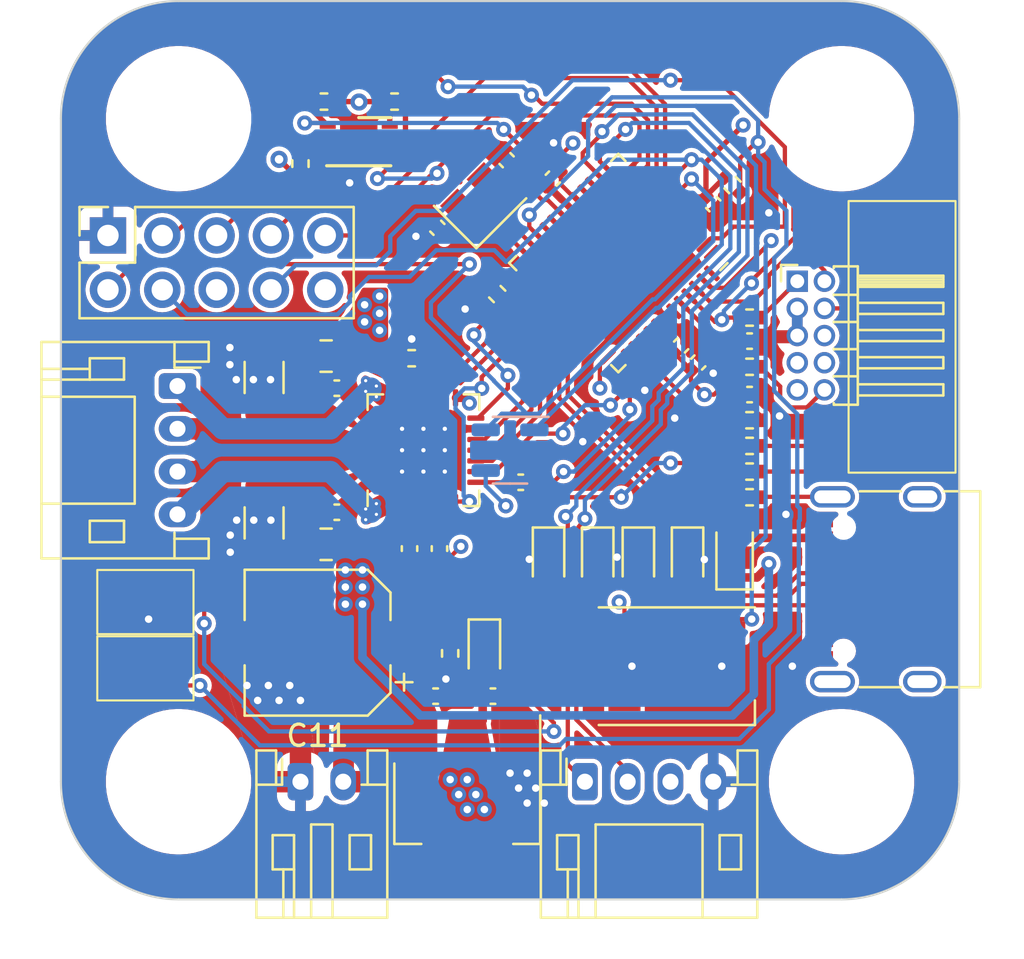
<source format=kicad_pcb>
(kicad_pcb (version 20221018) (generator pcbnew)
  (layers (0 "F.Cu" signal) (1 "In1.Cu" signal) (2 "In2.Cu" signal) (31 "B.Cu" signal) (34 "B.Paste" user) (35 "F.Paste" user) (36 "B.SilkS" user "B.Silkscreen") (37 "F.SilkS" user "F.Silkscreen") (38 "B.Mask" user) (39 "F.Mask" user) (44 "Edge.Cuts" user))
  (net 0 "")
  (net 1 "+3.3V")
  (net 2 "GND")
  (net 3 "VCC")
  (net 4 "Net-(U4-CPI)")
  (net 5 "Net-(U4-CPO)")
  (net 6 "Net-(U4-5VOUT)")
  (net 7 "RESET")
  (net 8 "Net-(U4-VCP)")
  (net 9 "Net-(D5-K)")
  (net 10 "SCL2")
  (net 11 "SDA2")
  (net 12 "V_USB")
  (net 13 "Net-(U3-PA14{slash}SERCOM2_2{slash}SERCOM4_2)")
  (net 14 "Net-(U3-PA15{slash}SERCOM2_3{slash}SERCOM4_3)")
  (net 15 "D+")
  (net 16 "D-")
  (net 19 "NEOPIX")
  (net 20 "Net-(J1-CC1)")
  (net 22 "Net-(J1-CC2)")
  (net 24 "Net-(J1-SHIELD)")
  (net 25 "MOTOR_A1")
  (net 26 "MOTOR_B1")
  (net 27 "MOTOR_A2")
  (net 28 "MOTOR_B2")
  (net 29 "SWDIO")
  (net 30 "SWCLK")
  (net 33 "Net-(U4-STDBY)")
  (net 34 "Net-(U5-~{WP})")
  (net 35 "Net-(R5-Pad1)")
  (net 36 "UART_TX")
  (net 37 "UART_RX")
  (net 38 "Net-(U5-~{HOLD})")
  (net 39 "User_Input")
  (net 40 "SCL1")
  (net 41 "SDA1")
  (net 42 "EEPROM_CS")
  (net 43 "/BRB")
  (net 44 "/BRA")
  (net 45 "EN")
  (net 46 "DIAG")
  (net 47 "INDEX")
  (net 48 "STEP")
  (net 49 "DIR")
  (net 54 "MISO")
  (net 58 "SCK")
  (net 59 "MOSI")
  (net 60 "ETH_CS")
  (net 61 "Spread")
  (net 62 "MOT_M1")
  (net 63 "MOT_M0")
  (net 67 "Net-(J6-Pin_8)")
  (footprint "Capacitor_SMD:C_0402_1005Metric" (layer "F.Cu") (at 146.7 104.6 90)
    (fp_text reference "C6" hide)
    (fp_text value "100n")
  )
  (footprint "Capacitor_SMD:C_0402_1005Metric" (layer "F.Cu") (at 161.2 97.4)
    (fp_text reference "C3" hide)
    (fp_text value "100n")
  )
  (footprint "Resistor_SMD:R_0402_1005Metric" (layer "F.Cu") (at 161.2 96.1)
    (fp_text reference "R6" hide)
    (fp_text value "10k")
  )
  (footprint "Resistor_SMD:R_0402_1005Metric" (layer "F.Cu") (at 147.2 109.5 -90)
    (fp_text reference "R10" hide)
    (fp_text value "1k")
  )
  (footprint "Capacitor_SMD:C_0402_1005Metric" (layer "F.Cu") (at 146.52 111.5)
    (fp_text reference "C1" hide)
    (fp_text value "0.47u Tant.")
  )
  (footprint "Diode_SMD:D_0603_1608Metric" (layer "F.Cu") (at 158.3 105.1 -90)
    (fp_text reference "D4" hide)
    (fp_text value "GSEN3U003")
  )
  (footprint "Package_DFN_QFN:VQFN-48-1EP_7x7mm_P0.5mm_EP5.15x5.15mm" (layer "F.Cu") (at 155.0625 91.25 -135)
    (fp_text reference "U3" hide)
    (fp_text value "ATSAMD51G18A-MU")
  )
  (footprint "Connector_JST:JST_PH_S2B-PH-K_1x02_P2.00mm_Horizontal" (layer "F.Cu") (at 140.2 115.5)
    (fp_text reference "J4" hide)
    (fp_text value "S2B-PH-K-S")
  )
  (footprint "Resistor_SMD:R_0402_1005Metric" (layer "F.Cu") (at 140.2 86.6 90)
    (fp_text reference "R11" hide)
    (fp_text value "10k")
  )
  (footprint "LED_SMD:LED_0603_1608Metric" (layer "F.Cu") (at 148.8 109.4 -90)
    (fp_text reference "D5" hide)
    (fp_text value "XZMDK54W-1")
  )
  (footprint "Capacitor_SMD:C_0402_1005Metric" (layer "F.Cu") (at 150.5 101.5)
    (fp_text reference "C5" hide)
    (fp_text value "2.2u")
  )
  (footprint "Connector_PinSocket_2.54mm:PinSocket_2x05_P2.54mm_Vertical" (layer "F.Cu") (at 131.2 89.96 90)
    (fp_text reference "J6" hide)
    (fp_text value "Conn_01x10")
  )
  (footprint "MountingHole:MountingHole_3.2mm_M3" (layer "F.Cu") (at 165.5 115.5)
    (fp_text reference "H1" hide)
    (fp_text value "MountingHole")
  )
  (footprint "Resistor_SMD:R_1206_3216Metric" (layer "F.Cu") (at 138.5 96.6 90)
    (fp_text reference "R15" hide)
    (fp_text value "120m")
  )
  (footprint "Resistor_SMD:R_0402_1005Metric" (layer "F.Cu") (at 161.2 93.8)
    (fp_text reference "R4" hide)
    (fp_text value "1k")
  )
  (footprint "Capacitor_SMD:C_0805_2012Metric" (layer "F.Cu") (at 141.4 95.6 180)
    (fp_text reference "C9" hide)
    (fp_text value "22u")
  )
  (footprint "Capacitor_SMD:C_0402_1005Metric" (layer "F.Cu") (at 145.3 104.6 90)
    (fp_text reference "C4" hide)
    (fp_text value "22n")
  )
  (footprint "Resistor_SMD:R_0402_1005Metric" (layer "F.Cu") (at 161.2 98.6)
    (fp_text reference "R5" hide)
    (fp_text value "300")
  )
  (footprint "Package_DFN_QFN:QFN-28-1EP_5x5mm_P0.5mm_EP3.35x3.35mm_ThermalVias" (layer "F.Cu") (at 145.95 100 90)
    (fp_text reference "U4" hide)
    (fp_text value "TMC2209-LA")
  )
  (footprint "Resistor_SMD:R_0402_1005Metric" (layer "F.Cu") (at 161.2 101 180)
    (fp_text reference "R3" hide)
    (fp_text value "5.1k")
  )
  (footprint "Capacitor_SMD:C_0402_1005Metric" (layer "F.Cu") (at 141.9 102.9 180)
    (fp_text reference "C8" hide)
    (fp_text value "100n")
  )
  (footprint "Resistor_SMD:R_0402_1005Metric" (layer "F.Cu") (at 144.6 83.7)
    (fp_text reference "R12" hide)
    (fp_text value "10k")
  )
  (footprint "Capacitor_SMD:C_0402_1005Metric" (layer "F.Cu") (at 159.5 88.5 -45)
    (fp_text reference "C12" hide)
    (fp_text value "100n")
  )
  (footprint "Connector_JST:JST_PH_S4B-PH-K_1x04_P2.00mm_Horizontal" (layer "F.Cu") (at 134.4 100 -90)
    (fp_text reference "J2" hide)
    (fp_text value "JST_PH")
  )
  (footprint "Diode_SMD:D_0603_1608Metric" (layer "F.Cu") (at 154.1 105.1 -90)
    (fp_text reference "D3" hide)
    (fp_text value "GSEN3U003")
  )
  (footprint "Crystal:Crystal_SMD_2520-4Pin_2.5x2.0mm" (layer "F.Cu") (at 148.6 88.4 45)
    (fp_text reference "Y1" hide)
    (fp_text value "SG-210STF 48.0000ML0")
  )
  (footprint "Resistor_SMD:R_0402_1005Metric" (layer "F.Cu") (at 145.4 95.7)
    (fp_text reference "R8" hide)
    (fp_text value "100k")
  )
  (footprint "MountingHole:MountingHole_3.2mm_M3" (layer "F.Cu") (at 165.5 84.5)
    (fp_text reference "H4" hide)
    (fp_text value "MountingHole")
  )
  (footprint "Capacitor_SMD:C_0402_1005Metric" (layer "F.Cu") (at 152 87.3 -135)
    (fp_text reference "C15" hide)
    (fp_text value "100n")
  )
  (footprint "Capacitor_SMD:CP_Elec_6.3x5.4" (layer "F.Cu") (at 141 109 180)
    (fp_text reference "C11")
    (fp_text value "47u")
  )
  (footprint "Capacitor_SMD:C_0402_1005Metric" (layer "F.Cu") (at 149.839411 86.439411 -45)
    (fp_text reference "C17" hide)
    (fp_text value "1pF")
  )
  (footprint "Resistor_SMD:R_0402_1005Metric" (layer "F.Cu") (at 161.2 102.2)
    (fp_text reference "R1" hide)
    (fp_text value "1M")
  )
  (footprint "Diode_SMD:D_0603_1608Metric" (layer "F.Cu") (at 156 105.1 -90)
    (fp_text reference "D6" hide)
    (fp_text value "GSEN3U003")
  )
  (footprint "Capacitor_SMD:C_0402_1005Metric" (layer "F.Cu") (at 158 95.1 45)
    (fp_text reference "C16" hide)
    (fp_text value "4.7u")
  )
  (footprint "LED_SMD:LED_WS2812B_PLCC4_5.0x5.0mm_P3.2mm" (layer "F.Cu") (at 157.8 110.1)
    (fp_text reference "D7" hide)
    (fp_text value "WS2812B")
  )
  (footprint "Capacitor_SMD:C_0805_2012Metric" (layer "F.Cu") (at 141.4 104.4 180)
    (fp_text reference "C10" hide)
    (fp_text value "22u")
  )
  (footprint "Diode_SMD:D_SOD-323" (layer "F.Cu") (at 160.5 104.9 90)
    (fp_text reference "D1" hide)
    (fp_text value "NSR0530HT1G")
  )
  (footprint "Push_Button:button_RKB2SJK250SMTR LFS" (layer "F.Cu") (at 133 107.1 180)
    (fp_text reference "SW1" hide)
    (fp_text value "RKB2SJK")
  )
  (footprint "Package_DFN_QFN:DFN-8-1EP_3x2mm_P0.5mm_EP1.3x1.5mm" (layer "F.Cu") (at 142.925 85.575)
    (fp_text reference "U5" hide)
    (fp_text value "AT25040B-MAHL-T")
  )
  (footprint "Capacitor_SMD:C_0402_1005Metric" (layer "F.Cu") (at 146.6 89.6 -45)
    (fp_text reference "C18" hide)
    (fp_text value "1pF")
  )
  (footprint "Capacitor_SMD:C_0402_1005Metric" (layer "F.Cu") (at 158.8 95.9 45)
    (fp_text reference "C14" hide)
    (fp_text value "100n")
  )
  (footprint "Push_Button:button_RKB2SJK250SMTR LFS" (layer "F.Cu") (at 132.9 110.2)
    (fp_text reference "SW2" hide)
    (fp_text value "RKB2SJK")
  )
  (footprint "Package_TO_SOT_SMD:SOT-223-3_TabPin2" (layer "F.Cu") (at 148 116.5 -90)
    (fp_text reference "U2" hide)
    (fp_text value "	\nUA78M33CDCYR")
  )
  (footprint "Diode_SMD:D_0603_1608Metric" (layer "F.Cu") (at 151.8 105.1 -90)
    (fp_text reference "D2" hide)
    (fp_text value "GSEN3U003")
  )
  (footprint "Resistor_SMD:R_0402_1005Metric" (layer "F.Cu") (at 160.4 87.6 -45)
    (fp_text reference "R9" hide)
    (fp_text value "10k")
  )
  (footprint "Capacitor_SMD:C_0402_1005Metric" (layer "F.Cu") (at 149.2 111.5)
    (fp_text reference "C2" hide)
    (fp_text value "22u Tant.")
  )
  (footprint "Capacitor_SMD:C_0402_1005Metric" (layer "F.Cu") (at 141.9 97.1 180)
    (fp_text reference "C7" hide)
    (fp_text value "100n")
  )
  (footprint "Resistor_SMD:R_0402_1005Metric" (layer "F.Cu") (at 149.4 92.7 -45)
    (fp_text reference "R7" hide)
    (fp_text value "1k")
  )
  (footprint "MountingHole:MountingHole_3.2mm_M3" (layer "F.Cu") (at 134.5 84.5)
    (fp_text reference "H3" hide)
    (fp_text value "MountingHole")
  )
  (footprint "Capacitor_SMD:C_0402_1005Metric" (layer "F.Cu") (at 161.2 94.9)
    (fp_text reference "C13" hide)
    (fp_text value "100n")
  )
  (footprint "Resistor_SMD:R_0402_1005Metric" (layer "F.Cu") (at 141.3 83.7 180)
    (fp_text reference "R13" hide)
    (fp_text value "10k")
  )
  (footprint "Resistor_SMD:R_1206_3216Metric" (layer "F.Cu") (at 138.5 103.4 -90)
    (fp_text reference "R14" hide)
    (fp_text value "120m")
  )
  (footprint "Resistor_SMD:R_0402_1005Metric" (layer "F.Cu") (at 161.2 99.8 180)
    (fp_text reference "R2" hide)
    (fp_text value "5.1k")
  )
  (footprint "Connector_JST:JST_PH_S4B-PH-K_1x04_P2.00mm_Horizontal" (layer "F.Cu") (at 153.5 115.5)
    (fp_text reference "J3" hide)
    (fp_text value "JST_PH")
  )
  (footprint "Connector_PinHeader_1.27mm:PinHeader_2x05_P1.27mm_Horizontal" (layer "F.Cu") (at 163.43 92.1)
    (fp_text reference "J5" hide)
    (fp_text value "1175-1628-ND")
  )
  (footprint "MountingHole:MountingHole_3.2mm_M3" (layer "F.Cu") (at 134.5 115.5)
    (fp_text reference "H2" hide)
    (fp_text value "MountingHole")
  )
  (footprint "Connector_USB:USB_C_Receptacle_G-Switch_GT-USB-7010ASV" (layer "F.Cu") (at 168.2 106.5 90)
    (fp_text reference "J1" hide)
    (fp_text value "USB_C_Receptacle_USB2.0")
  )
  (footprint "Package_TO_SOT_SMD:SOT-23-6" (layer "B.Cu") (at 150 100 180)
    (fp_text reference "U1" hide)
    (fp_text value "TLV493D" hide)
  )
  (gr_arc (start 134.5 121) (mid 130.610913 119.389087) (end 129 115.5) (stroke (width 0.1)) (layer "Edge.Cuts"))
  (gr_arc (start 165.5 79) (mid 169.389087 80.610913) (end 171 84.5) (stroke (width 0.1)) (layer "Edge.Cuts"))
  (gr_arc (start 129 84.5) (mid 130.610913 80.610913) (end 134.5 79) (stroke (width 0.1)) (layer "Edge.Cuts"))
  (gr_line (start 134.5 79) (end 165.5 79) (stroke (width 0.1)) (layer "Edge.Cuts"))
  (gr_arc (start 171 115.5) (mid 169.389087 119.389087) (end 165.5 121) (stroke (width 0.1)) (layer "Edge.Cuts"))
  (gr_line (start 171 84.5) (end 171 115.5) (stroke (width 0.1)) (layer "Edge.Cuts"))
  (gr_line (start 165.5 121) (end 134.5 121) (stroke (width 0.1)) (layer "Edge.Cuts"))
  (gr_line (start 129 115.5) (end 129 84.5) (stroke (width 0.1)) (layer "Edge.Cuts"))
  (segment (start 160.7 95) (end 160.6 94.9) (width 0.2) (layer "F.Cu") (net 1))
  (segment (start 157.660589 94.90875) (end 157.660589 95.439411) (width 0.2) (layer "F.Cu") (net 1))
  (segment (start 155.35 108.45) (end 155.35 107.35) (width 0.2) (layer "F.Cu") (net 1))
  (segment (start 140.2 87.11) (end 139.91 87.11) (width 0.25) (layer "F.Cu") (net 1))
  (segment (start 161.73 93.8) (end 163.43 92.1) (width 0.2) (layer "F.Cu") (net 1))
  (segment (start 153.11101 88.28899) (end 153.1 88.3) (width 0.2) (layer "F.Cu") (net 1))
  (segment (start 159.090734 97.4005) (end 159.533814 97.4005) (width 0.2) (layer "F.Cu") (net 1))
  (segment (start 144.375 84.825) (end 144.375 83.985) (width 0.25) (layer "F.Cu") (net 1))
  (segment (start 159.773161 94.9) (end 158.02351 93.150349) (width 0.2) (layer "F.Cu") (net 1))
  (segment (start 159.090734 97.4005) (end 158.460589 96.770355) (width 0.2) (layer "F.Cu") (net 1))
  (segment (start 155.35 107.35) (end 155.1 107.1) (width 0.2) (layer "F.Cu") (net 1))
  (segment (start 160.72 94.98) (end 160.7 95) (width 0.2) (layer "F.Cu") (net 1))
  (segment (start 160.72 94.9) (end 160.72 94.79) (width 0.2) (layer "F.Cu") (net 1))
  (segment (start 160.72 94.79) (end 161.71 93.8) (width 0.2) (layer "F.Cu") (net 1))
  (segment (start 159.533814 97.4005) (end 160.69 96.244314) (width 0.2) (layer "F.Cu") (net 1))
  (segment (start 160.72 94.9) (end 160.72 94.98) (width 0.2) (layer "F.Cu") (net 1))
  (segment (start 153.162151 88.28899) (end 153.11101 88.28899) (width 0.2) (layer "F.Cu") (net 1))
  (segment (start 144.375 83.985) (end 144.09 83.7) (width 0.25) (layer "F.Cu") (net 1))
  (segment (start 148.72 111.5) (end 148.72 112.63) (width 0.4) (layer "F.Cu") (net 1))
  (segment (start 156.962849 94.21101) (end 157.660589 94.90875) (width 0.2) (layer "F.Cu") (net 1))
  (segment (start 152.379289 87.000467) (end 152.339411 86.960589) (width 0.2) (layer "F.Cu") (net 1))
  (segment (start 161.71 93.8) (end 161.73 93.8) (width 0.2) (layer "F.Cu") (net 1))
  (segment (start 154.576364 95.625223) (end 154.2 96.001587) (width 0.2) (layer "F.Cu") (net 1))
  (segment (start 160.6 94.9) (end 159.773161 94.9) (width 0.2) (layer "F.Cu") (net 1))
  (segment (start 148.72 112.63) (end 148 113.35) (width 0.4) (layer "F.Cu") (net 1))
  (segment (start 148.72 110.2675) (end 148.8 110.1875) (width 0.4) (layer "F.Cu") (net 1))
  (segment (start 157.660589 95.439411) (end 158.460589 96.239411) (width 0.2) (layer "F.Cu") (net 1))
  (segment (start 148.72 111.5) (end 148.72 110.2675) (width 0.4) (layer "F.Cu") (net 1))
  (segment (start 154.2 96.001587) (end 154.2 97.1) (width 0.2) (layer "F.Cu") (net 1))
  (segment (start 144.09 83.7) (end 141.81 83.7) (width 0.25) (layer "F.Cu") (net 1))
  (segment (start 158.539411 88.160589) (end 159.160589 88.160589) (width 0.25) (layer "F.Cu") (net 1))
  (segment (start 152.940734 85.640734) (end 152.339411 86.242057) (width 0.2) (layer "F.Cu") (net 1))
  (segment (start 159.160589 86.539411) (end 160.9 84.8) (width 0.25) (layer "F.Cu") (net 1))
  (segment (start 152.339411 86.242057) (end 152.339411 86.960589) (width 0.2) (layer "F.Cu") (net 1))
  (segment (start 148.1 97.8) (end 147.85 97.55) (width 0.4) (layer "F.Cu") (net 1))
  (segment (start 157.7 89) (end 158.539411 88.160589) (width 0.25) (layer "F.Cu") (net 1))
  (segment (start 152.379289 87.579289) (end 152.379289 87.000467) (width 0.2) (layer "F.Cu") (net 1))
  (segment (start 153.1 88.3) (end 152.379289 87.579289) (width 0.2) (layer "F.Cu") (net 1))
  (segment (start 159.160589 88.160589) (end 159.160589 88.118163) (width 0.25) (layer "F.Cu") (net 1))
  (segment (start 139.91 87.11) (end 139.2 86.4) (width 0.25) (layer "F.Cu") (net 1))
  (segment (start 160.9 84.8) (end 160.8 84.9) (width 0.25) (layer "F.Cu") (net 1))
  (segment (start 159.160589 88.118163) (end 160.039376 87.239376) (width 0.25) (layer "F.Cu") (net 1))
  (segment (start 147.85 97.55) (end 147.475 97.55) (width 0.4) (layer "F.Cu") (net 1))
  (segment (start 158.460589 96.770355) (end 158.460589 96.239411) (width 0.2) (layer "F.Cu") (net 1))
  (segment (start 157.696097 88.996097) (end 157.7 89) (width 0.25) (layer "F.Cu") (net 1))
  (segment (start 160.69 96.244314) (end 160.69 96.1) (width 0.2) (layer "F.Cu") (net 1))
  (segment (start 159.160589 88.160589) (end 159.160589 86.539411) (width 0.25) (layer "F.Cu") (net 1))
  (segment (start 157.669956 88.996097) (end 157.696097 88.996097) (width 0.25) (layer "F.Cu") (net 1))
  (via (at 149.8 102.6) (size 0.7) (drill 0.35) (layers "F.Cu" "B.Cu") (net 1))
  (via (at 149.8 102.6) (size 0.7) (drill 0.35) (layers "F.Cu" "B.Cu") (net 1))
  (via (at 148.4 116.1) (size 0.7) (drill 0.35) (layers "F.Cu" "B.Cu") (net 1))
  (via (at 148.8 116.8) (size 0.7) (drill 0.35) (layers "F.Cu" "B.Cu") (net 1))
  (via (at 154.2 97.1) (size 0.7) (drill 0.35) (layers "F.Cu" "B.Cu") (net 1))
  (via (at 148 115.4) (size 0.7) (drill 0.35) (layers "F.Cu" "B.Cu") (net 1))
  (via (at 147.6 116.1) (size 0.7) (drill 0.35) (layers "F.Cu" "B.Cu") (net 1))
  (via (at 147.2 115.4) (size 0.7) (drill 0.35) (layers "F.Cu" "B.Cu") (net 1))
  (via (at 155.1 107.1) (size 0.7) (drill 0.35) (layers "F.Cu" "B.Cu") (net 1))
  (via (at 142.938008 83.719757) (size 0.8) (drill 0.4) (layers "F.Cu" "B.Cu") (net 1))
  (via (at 148 116.8) (size 0.7) (drill 0.35) (layers "F.Cu" "B.Cu") (net 1))
  (via (at 148.1 97.8) (size 0.7) (drill 0.35) (layers "F.Cu" "B.Cu") (net 1))
  (via (at 139.2 86.4) (size 0.8) (drill 0.4) (layers "F.Cu" "B.Cu") (net 1))
  (via (at 160.9 84.8) (size 0.7) (drill 0.35) (layers "F.Cu" "B.Cu") (net 1))
  (via (at 152.940734 85.640734) (size 0.7) (drill 0.35) (layers "F.Cu" "B.Cu") (net 1))
  (via (at 159.090734 97.4005) (size 0.7) (drill 0.35) (layers "F.Cu" "B.Cu") (net 1))
  (segment (start 148.8625 101.6625) (end 149.8 102.6) (width 0.2) (layer "B.Cu") (net 1))
  (segment (start 148.8625 100.95) (end 148.8625 101.6625) (width 0.2) (layer "B.Cu") (net 1))
  (segment (start 161.68 97.4) (end 161.7 97.4) (width 0.2) (layer "F.Cu") (net 2))
  (segment (start 162.039411 88.839411) (end 159.839411 88.839411) (width 0.25) (layer "F.Cu") (net 2))
  (segment (start 158.366816 89.006345) (end 159.672477 89.006345) (width 0.25) (layer "F.Cu") (net 2))
  (segment (start 157.2125 102.546815) (end 157.2125 101.346703) (width 0.2) (layer "F.Cu") (net 2))
  (segment (start 151.9 96.038847) (end 152.238847 95.7) (width 0.2) (layer "F.Cu") (net 2))
  (segment (start 159.084404 105.110841) (end 159.084404 105.096904) (width 0.2) (layer "F.Cu") (net 2))
  (segment (start 156.0125 101.843761) (end 151.9 97.731261) (width 0.2) (layer "F.Cu") (net 2))
  (segment (start 141.475 86.325) (end 142.175 86.325) (width 0.25) (layer "F.Cu") (net 2))
  (segment (start 156.2 103.3) (end 156.0125 103.1125) (width 0.2) (layer "F.Cu") (net 2))
  (segment (start 157.9 94.5) (end 157.9 94.441053) (width 0.2) (layer "F.Cu") (net 2))
  (segment (start 142.175 86.325) (end 142.175 87.175) (width 0.25) (layer "F.Cu") (net 2))
  (segment (start 142.175 87.175) (end 142.5 87.5) (width 0.25) (layer "F.Cu") (net 2))
  (segment (start 150.9 105.1) (end 150.8 105.1) (width 0.2) (layer "F.Cu") (net 2))
  (segment (start 154.1 104.3125) (end 154.3125 104.3125) (width 0.2) (layer "F.Cu") (net 2))
  (segment (start 155 105) (end 155.6875 104.3125) (width 0.2) (layer "F.Cu") (net 2))
  (segment (start 162.1 88.9) (end 162.039411 88.839411) (width 0.25) (layer "F.Cu") (net 2))
  (segment (start 161.574817 103) (end 162.9 103) (width 0.2) (layer "F.Cu") (net 2))
  (segment (start 162.7 98.4) (end 162.6 98.3) (width 0.2) (layer "F.Cu") (net 2))
  (segment (start 159.084404 105.096904) (end 157.8 103.8125) (width 0.2) (layer "F.Cu") (net 2))
  (segment (start 153.1 97.234202) (end 153.1 96.535905) (width 0.2) (layer "F.Cu") (net 2))
  (segment (start 149.68 111.5) (end 150.3 112.12) (width 0.2) (layer "F.Cu") (net 2))
  (segment (start 138 108.8) (end 138.2 109) (width 0.2) (layer "F.Cu") (net 2))
  (segment (start 153.438847 96.197058) (end 153.438847 96.007475) (width 0.2) (layer "F.Cu") (net 2))
  (segment (start 145.91 95.7) (end 145.91 95.31) (width 0.2) (layer "F.Cu") (net 2))
  (segment (start 154.222811 95.27167) (end 155.0625 94.431981) (width 0.2) (layer "F.Cu") (net 2))
  (segment (start 162.6 98.3) (end 162.6 98.4) (width 0.2) (layer "F.Cu") (net 2))
  (segment (start 145.45 101.5) (end 145.95 101) (width 0.2) (layer "F.Cu") (net 2))
  (segment (start 152.034715 85.628221) (end 151.660589 86.002347) (width 0.2) (layer "F.Cu") (net 2))
  (segment (start 157.8 103.134315) (end 157.2125 102.546815) (width 0.2) (layer "F.Cu") (net 2))
  (segment (start 162.9 103) (end 162.85 102.95) (width 0.2) (layer "F.Cu") (net 2))
  (segment (start 157.9 94.441053) (end 157.316403 93.857456) (width 0.2) (layer "F.Cu") (net 2))
  (segment (start 155.0625 94.431981) (end 155.0625 91.25) (width 0.2) (layer "F.Cu") (net 2))
  (segment (start 150.3 112.12) (end 150.3 113.35) (width 0.2) (layer "F.Cu") (net 2))
  (segment (start 147 110.7) (end 147 110.21) (width 0.4) (layer "F.Cu") (net 2))
  (segment (start 153.1 96.535905) (end 153.438847 96.197058) (width 0.2) (layer "F.Cu") (net 2))
  (segment (start 133.1 107.9) (end 131.4 107.9) (width 0.2) (layer "F.Cu") (net 2))
  (segment (start 152.808597 88.642544) (end 151.805464 87.639411) (width 0.2) (layer "F.Cu") (net 2))
  (segment (start 154.174652 95.27167) (end 153.438847 96.007475) (width 0.2) (layer "F.Cu") (net 2))
  (segment (start 148.4 99) (end 146.95 99) (width 0.2) (layer "F.Cu") (net 2))
  (segment (start 142.175 86.325) (end 142.925 85.575) (width 0.25) (layer "F.Cu") (net 2))
  (segment (start 164.475 109.7) (end 163.6 109.7) (width 0.4) (layer "F.Cu") (net 2))
  (segment (start 146.260589 89.260589) (end 146.260589 89.339411) (width 0.2) (layer "F.Cu") (net 2))
  (segment (start 156 104.3125) (end 156.2 104.1125) (width 0.2) (layer "F.Cu") (net 2))
  (segment (start 159.5 96.4) (end 159.5 95.921178) (width 0.2) (layer "F.Cu") (net 2))
  (segment (start 157.2125 101.346703) (end 153.1 97.234202) (width 0.2) (layer "F.Cu") (net 2))
  (segment (start 161.55 111.75) (end 163.2 110.1) (width 0.2) (layer "F.Cu") (net 2))
  (segment (start 159.139411 95.560589) (end 158.339411 94.760589) (width 0.2) (layer "F.Cu") (net 2))
  (segment (start 151.6875 104.3125) (end 151.8 104.3125) (width 0.2) (layer "F.Cu") (net 2))
  (segment (start 159.5 95.921178) (end 159.139411 95.560589) (width 0.2) (layer "F.Cu") (net 2))
  (segment (start 158.02351 89.349651) (end 158.366816 89.006345) (width 0.25) (layer "F.Cu") (net 2))
  (segment (start 154.3125 104.3125) (end 155 105) (width 0.2) (layer "F.Cu") (net 2))
  (segment (start 160.25 111.75) (end 161.55 111.75) (width 0.2) (layer "F.Cu") (net 2))
  (segment (start 147 111.5) (end 147 110.7) (width 0.4) (layer "F.Cu") (net 2))
  (segment (start 150.8 105.1) (end 150.7 105) (width 0.2) (layer "F.Cu") (net 2))
  (segment (start 163.2 103.3) (end 162.9 103) (width 0.4) (layer "F.Cu") (net 2))
  (segment (start 160.69 101) (end 160.69 99.8) (width 0.2) (layer "F.Cu") (net 2))
  (segment (start 158.339411 94.760589) (end 158.078822 94.5) (width 0.2) (layer "F.Cu") (net 2))
  (segment (start 151.805464 87.639411) (end 151.660589 87.639411) (width 0.2) (layer "F.Cu") (net 2))
  (segment (start 146.260589 89.260589) (end 146.260589 88.305097) (width 0.2) (layer "F.Cu") (net 2))
  (segment (start 159.672477 89.006345) (end 159.839411 88.839411) (width 0.25) (layer "F.Cu") (net 2))
  (segment (start 164.475 103.3) (end 163.2 103.3) (width 0.4) (layer "F.Cu") (net 2))
  (segment (start 160.69 101) (end 160.69 102.115183) (width 0.2) (layer "F.Cu") (net 2))
  (segment (start 163.17 94.9) (end 163.43 94.64) (width 0.2) (layer "F.Cu") (net 2))
  (segment (start 162.6 98.4) (end 162.7 98.4) (width 0.2) (layer "F.Cu") (net 2))
  (segment (start 151.660589 87.639411) (end 151.760589 87.639411) (width 0.2) (layer "F.Cu") (net 2))
  (segment (start 145.95 97.55) (end 145.95 99) (width 0.2) (layer "F.Cu") (net 2))
  (segment (start 145.45 102.45) (end 145.45 101.5) (width 0.2) (layer "F.Cu") (net 2))
  (segment (start 146.260589 88.305097) (end 148.465686 86.1) (width 0.2) (layer "F.Cu") (net 2))
  (segment (start 133.1 107.9) (end 134.5 109.3) (width 0.2) (layer "F.Cu") (net 2))
  (segment (start 151.8 104.3125) (end 151.96 104.1525) (width 0.2) (layer "F.Cu") (net 2))
  (segment (start 161.68 94.9) (end 163.17 94.9) (width 0.2) (layer "F.Cu") (net 2))
  (segment (start 156.0125 103.1125) (end 156.0125 101.843761) (width 0.2) (layer "F.Cu") (net 2))
  (segment (start 133.1 107.9) (end 134.6 107.9) (width 0.2) (layer "F.Cu") (net 2))
  (segment (start 146.260589 89.339411) (end 145.6 90) (width 0.2) (layer "F.Cu") (net 2))
  (segment (start 161.7 97.4) (end 162.6 98.3) (width 0.2) (layer "F.Cu") (net 2))
  (segment (start 132.8 107.9) (end 133.1 107.9) (width 0.2) (layer "F.Cu") (net 2))
  (segment (start 155.6875 104.3125) (end 156 104.3125) (width 0.2) (layer "F.Cu") (net 2))
  (segment (start 160.69 102.115183) (end 161.574817 103) (width 0.2) (layer "F.Cu") (net 2))
  (segment (start 150.9 105.1) (end 151.6875 104.3125) (width 0.2) (layer "F.Cu") (net 2))
  (segment (start 145.91 95.31) (end 145.4 94.8) (width 0.2) (layer "F.Cu") (net 2))
  (segment (start 147 110.21) (end 147.2 110.01) (width 0.4) (layer "F.Cu") (net 2))
  (segment (start 163.6 109.7) (end 163.2 110.1) (width 0.4) (layer "F.Cu") (net 2))
  (segment (start 151.660589 86.002347) (end 151.660589 87.639411) (width 0.2) (layer "F.Cu") (net 2))
  (segment (start 151.9 97.731261) (end 151.9 96.038847) (width 0.2) (layer "F.Cu") (net 2))
  (segment (start 142.5 87.5) (end 142.3 87.3) (width 0.25) (layer "F.Cu") (net 2))
  (segment (start 154.222811 95.27167) (end 154.174652 95.27167) (width 0.2) (layer "F.Cu") (net 2))
  (segment (start 157.8 103.8125) (end 157.8 103.134315) (width 0.2) (layer "F.Cu") (net 2))
  (segment (start 134.5 109.3) (end 134.5 109.4) (width 0.2) (layer "F.Cu") (net 2))
  (segment (start 158.078822 94.5) (end 157.9 94.5) (width 0.2) (layer "F.Cu") (net 2))
  (segment (start 131.3 109.4) (end 132.8 107.9) (width 0.2) (layer "F.Cu") (net 2))
  (segment (start 148.465686 86.1) (end 149.5 86.1) (width 0.2) (layer "F.Cu") (net 2))
  (via (at 145.4 94.8) (size 0.7) (drill 0.35) (layers "F.Cu" "B.Cu") (net 2))
  (via (at 150.8 115.1) (size 0.7) (drill 0.35) (layers "F.Cu" "B.Cu") (net 2))
  (via (at 151.6 116.5) (size 0.7) (drill 0.35) (layers "F.Cu" "B.Cu") (net 2))
  (via (at 138.017647 103.270588) (size 0.7) (drill 0.35) (layers "F.Cu" "B.Cu") (net 2))
  (via (at 157.7 98.5) (size 0.7) (drill 0.35) (layers "F.Cu" "B.Cu") (net 2))
  (via (at 145.6 90) (size 0.7) (drill 0.35) (layers "F.Cu" "B.Cu") (net 2))
  (via (at 162.6 98.4) (size 0.7) (drill 0.35) (layers "F.Cu" "B.Cu") (net 2))
  (via (at 150.4 115.8) (size 0.7) (drill 0.35) (layers "F.Cu" "B.Cu") (net 2))
  (via (at 150 115.1) (size 0.7) (drill 0.35) (layers "F.Cu" "B.Cu") (net 2))
  (via (at 155 105) (size 0.7) (drill 0.35) (layers "F.Cu" "B.Cu") (net 2))
  (via (at 142.5 87.5) (size 0.7) (drill 0.35) (layers "F.Cu" "B.Cu") (net 2))
  (via (at 156.3 97.2) (size 0.7) (drill 0.35) (layers "F.Cu" "B.Cu") (net 2))
  (via (at 138.7 111) (size 0.7) (drill 0.35) (layers "F.Cu" "B.Cu") (net 2))
  (via (at 153.4 99.6) (size 0.7) (drill 0.35) (layers "F.Cu" "B.Cu") (net 2))
  (via (at 155.7 110.1) (size 0.7) (drill 0.35) (layers "F.Cu" "B.Cu") (net 2))
  (via (at 140.2 111.7) (size 0.7) (drill 0.35) (layers "F.Cu" "B.Cu") (net 2))
  (via (at 152.034715 85.628221) (size 0.7) (drill 0.35) (layers "F.Cu" "B.Cu") (net 2))
  (via (at 139.2 111.7) (size 0.7) (drill 0.35) (layers "F.Cu" "B.Cu") (net 2))
  (via (at 137.217647 103.270588) (size 0.7) (drill 0.35) (layers "F.Cu" "B.Cu") (net 2))
  (via (at 138.817647 103.270588) (size 0.7) (drill 0.35) (layers "F.Cu" "B.Cu") (net 2))
  (via (at 162.9 103) (size 0.7) (drill 0.35) (layers "F.Cu" "B.Cu") (net 2))
  (via (at 133.1 107.9) (size 0.7) (drill 0.35) (layers "F.Cu" "B.Cu") (net 2))
  (via (at 137.2 96.7) (size 0.7) (drill 0.35) (layers "F.Cu" "B.Cu") (net 2))
  (via (at 138 96.7) (size 0.7) (drill 0.35) (layers "F.Cu" "B.Cu") (net 2))
  (via (at 145.4 94.8) (size 0.7) (drill 0.35) (layers "F.Cu" "B.Cu") (net 2))
  (via (at 136.9 95.2) (size 0.7) (drill 0.35) (layers "F.Cu" "B.Cu") (net 2))
  (via (at 162.1 88.9) (size 0.7) (drill 0.35) (layers "F.Cu" "B.Cu") (net 2))
  (via (at 136.917647 104.770588) (size 0.7) (drill 0.35) (layers "F.Cu" "B.Cu") (net 2))
  (via (at 136.9 96) (size 0.7) (drill 0.35) (layers "F.Cu" "B.Cu") (net 2))
  (via (at 147 110.7) (size 0.7) (drill 0.35) (layers "F.Cu" "B.Cu") (net 2))
  (via (at 138.8 96.7) (size 0.7) (drill 0.35) (layers "F.Cu" "B.Cu") (net 2))
  (via (at 139.7 111) (size 0.7) (drill 0.35) (layers "F.Cu" "B.Cu") (net 2))
  (via (at 136.917647 103.970588) (size 0.7) (drill 0.35) (layers "F.Cu" "B.Cu") (net 2))
  (via (at 159.084404 105.110841) (size 0.7) (drill 0.35) (layers "F.Cu" "B.Cu") (net 2))
  (via (at 159.9 110.1) (size 0.7) (drill 0.35) (layers "F.Cu" "B.Cu") (net 2))
  (via (at 137.7 111) (size 0.7) (drill 0.35) (layers "F.Cu" "B.Cu") (net 2))
  (via (at 138.2 111.7) (size 0.7) (drill 0.35) (layers "F.Cu" "B.Cu") (net 2))
  (via (at 151.2 115.8) (size 0.7) (drill 0.35) (layers "F.Cu" "B.Cu") (net 2))
  (via (at 163.2 110.1) (size 0.7) (drill 0.35) (layers "F.Cu" "B.Cu") (net 2))
  (via (at 150.9 105.1) (size 0.7) (drill 0.35) (layers "F.Cu" "B.Cu") (net 2))
  (via (at 150.8 116.5) (size 0.7) (drill 0.35) (layers "F.Cu" "B.Cu") (net 2))
  (via (at 147.9 93.4) (size 0.7) (drill 0.35) (layers "F.Cu" "B.Cu") (net 2))
  (via (at 159.5 96.4) (size 0.7) (drill 0.35) (layers "F.Cu" "B.Cu") (net 2))
  (segment (start 160.3 90.565171) (end 160.3 87.197058) (width 0.2) (layer "B.Cu") (net 2))
  (segment (start 161.5 86.7) (end 158.7 83.9) (width 0.2) (layer "B.Cu") (net 2))
  (segment (start 153 100) (end 151.1375 100) (width 0.2) (layer "B.Cu") (net 2))
  (segment (start 157.7 98.5) (end 157.7 98.031372) (width 0.2) (layer "B.Cu") (net 2))
  (segment (start 153.902942 100.8) (end 156.25 98.452942) (width 0.2) (layer "B.Cu") (net 2))
  (segment (start 156.3 97.2) (end 156.5 97.2) (width 0.2) (layer "B.Cu") (net 2))
  (segment (start 152.7 102.002942) (end 152.7 102.434314) (width 0.2) (layer "B.Cu") (net 2))
  (segment (start 153.4 99.6) (end 153 100) (width 0.2) (layer "B.Cu") (net 2))
  (segment (start 157.7 98.5) (end 157.7 98.7) (width 0.2) (layer "B.Cu") (net 2))
  (segment (start 156.5 97.2) (end 157.097058 96.602942) (width 0.2) (layer "B.Cu") (net 2))
  (segment (start 157.097058 96.602942) (end 157.1 96.602942) (width 0.2) (layer "B.Cu") (net 2))
  (segment (start 157.75 97.65) (end 158.9 96.5) (width 0.2) (layer "B.Cu") (net 2))
  (segment (start 156.756128 92.3) (end 156.5 92.3) (width 0.2) (layer "B.Cu") (net 2))
  (segment (start 160.3 87.197058) (end 158.202942 85.1) (width 0.2) (layer "B.Cu") (net 2))
  (segment (start 156.25 97.784314) (end 156.3 97.734314) (width 0.2) (layer "B.Cu") (net 2))
  (segment (start 156.25 98.452942) (end 156.25 97.784314) (width 0.2) (layer "B.Cu") (net 2))
  (segment (start 158.7 83.9) (end 154.934314 83.9) (width 0.2) (layer "B.Cu") (net 2))
  (segment (start 158.5 87.965686) (end 158.5 90.556128) (width 0.2) (layer "B.Cu") (net 2))
  (segment (start 157.7 98.031372) (end 157.75 97.981372) (width 0.2) (layer "B.Cu") (net 2))
  (segment (start 156.5 92.556128) (end 151.256128 97.8) (width 0.2) (layer "B.Cu") (net 2))
  (segment (start 151.1375 100.95) (end 151.1375 100) (width 0.2) (layer "B.Cu") (net 2))
  (segment (start 153.902942 100.8) (end 152.7 102.002942) (width 0.2) (layer "B.Cu") (net 2))
  (segment (start 157.7 98.7) (end 153.9 102.5) (width 0.2) (layer "B.Cu") (net 2))
  (segment (start 156.5 92.3) (end 156.5 92.556128) (width 0.2) (layer "B.Cu") (net 2))
  (segment (start 158.202942 85.1) (end 156.05 85.1) (width 0.2) (layer "B.Cu") (net 2))
  (segment (start 153.9 102.5) (end 153.9 102.680761) (width 0.2) (layer "B.Cu") (net 2))
  (segment (start 157.1 96.602942) (end 157.7 96.002942) (width 0.2) (layer "B.Cu") (net 2))
  (segment (start 157.7 93.165171) (end 160.3 90.565171) (width 0.2) (layer "B.Cu") (net 2))
  (segment (start 157.75 97.981372) (end 157.75 97.65) (width 0.2) (layer "B.Cu") (net 2))
  (segment (start 156.3 97.734314) (end 156.3 97.2) (width 0.2) (layer "B.Cu") (net 2))
  (segment (start 158.9 93.662229) (end 161.5 91.062229) (width 0.2) (layer "B.Cu") (net 2))
  (segment (start 157.7 96.002942) (end 157.7 93.165171) (width 0.2) (layer "B.Cu") (net 2))
  (segment (start 158.9 96.5) (end 158.9 93.662229) (width 0.2) (layer "B.Cu") (net 2))
  (segment (start 161.5 91.062229) (end 161.5 86.7) (width 0.2) (layer "B.Cu") (net 2))
  (segment (start 158.5 90.556128) (end 156.756128 92.3) (width 0.2) (layer "B.Cu") (net 2))
  (segment (start 148.8625 100) (end 151.1375 100) (width 0.2) (layer "B.Cu") (net 2))
  (segment (start 154.934314 83.9) (end 154.467157 84.367157) (width 0.2) (layer "B.Cu") (net 2))
  (segment (start 162.1 105.4) (end 162.1 105.3) (width 0.4) (layer "F.Cu") (net 3))
  (segment (start 147.12 105.08) (end 147.7 104.5) (width 0.2) (layer "F.Cu") (net 3))
  (segment (start 162.1 105.3) (end 162.2 105.3) (width 0.4) (layer "F.Cu") (net 3))
  (segment (start 146.7 105.08) (end 147.12 105.08) (width 0.2) (layer "F.Cu") (net 3))
  (segment (start 161.55 105.95) (end 162.1 105.4) (width 0.4) (layer "F.Cu") (net 3))
  (segment (start 160.5 105.95) (end 161.55 105.95) (width 0.4) (layer "F.Cu") (net 3))
  (segment (start 162.2 105.3) (end 162.2 105.3) (width 0.4) (layer "F.Cu") (net 3))
  (via (at 143.9 92.8) (size 0.7) (drill 0.35) (layers "F.Cu" "B.Cu") (net 3))
  (via (at 142.3 107.2) (size 0.7) (drill 0.35) (layers "F.Cu" "B.Cu") (net 3))
  (via (at 142.3 106.4) (size 0.7) (drill 0.35) (layers "F.Cu" "B.Cu") (net 3))
  (via (at 143.9 93.6) (size 0.7) (drill 0.35) (layers "F.Cu" "B.Cu") (net 3))
  (via (at 143.1 107.2) (size 0.7) (drill 0.35) (layers "F.Cu" "B.Cu") (net 3))
  (via (at 143.2 94) (size 0.7) (drill 0.35) (layers "F.Cu" "B.Cu") (net 3))
  (via (at 143.1 106.4) (size 0.7) (drill 0.35) (layers "F.Cu" "B.Cu") (net 3))
  (via (at 162.1 105.3) (size 0.7) (drill 0.35) (layers "F.Cu" "B.Cu") (net 3))
  (via (at 142.3 105.6) (size 0.7) (drill 0.35) (layers "F.Cu" "B.Cu") (net 3))
  (via (at 143.9 94.4) (size 0.7) (drill 0.35) (layers "F.Cu" "B.Cu") (net 3))
  (via (at 143.2 93.2) (size 0.7) (drill 0.35) (layers "F.Cu" "B.Cu") (net 3))
  (via (at 143.1 105.6) (size 0.7) (drill 0.35) (layers "F.Cu" "B.Cu") (net 3))
  (via (at 147.7 104.5) (size 0.7) (drill 0.35) (layers "F.Cu" "B.Cu") (net 3))
  (segment (start 161.4 111.4) (end 160.4 112.4) (width 0.4) (layer "B.Cu") (net 3))
  (segment (start 160.4 112.4) (end 145.8 112.4) (width 0.4) (layer "B.Cu") (net 3))
  (segment (start 161.4 108.860161) (end 161.4 111.4) (width 0.4) (layer "B.Cu") (net 3))
  (segment (start 145.8 112.4) (end 143.1 109.7) (width 0.4) (layer "B.Cu") (net 3))
  (segment (start 162.1 105.3) (end 162.1 108.160161) (width 0.4) (layer "B.Cu") (net 3))
  (segment (start 162.1 108.160161) (end 161.4 108.860161) (width 0.4) (layer "B.Cu") (net 3))
  (segment (start 143.1 109.7) (end 143.1 107.2) (width 0.4) (layer "B.Cu") (net 3))
  (segment (start 145.3 105.052254) (end 145.91 104.442254) (width 0.2) (layer "F.Cu") (net 4))
  (segment (start 145.91 104.442254) (end 145.91 103.49) (width 0.2) (layer "F.Cu") (net 4))
  (segment (start 145.3 105.08) (end 145.3 105.052254) (width 0.2) (layer "F.Cu") (net 4))
  (segment (start 146.45 102.95) (end 146.45 102.45) (width 0.2) (layer "F.Cu") (net 4))
  (segment (start 145.91 103.49) (end 146.45 102.95) (width 0.2) (layer "F.Cu") (net 4))
  (segment (start 145.662652 103.15) (end 145.65 103.15) (width 0.2) (layer "F.Cu") (net 5))
  (segment (start 145.3 104.12) (end 145.4 104.22) (width 0.2) (layer "F.Cu") (net 5))
  (segment (start 145.95 102.862652) (end 145.662652 103.15) (width 0.2) (layer "F.Cu") (net 5))
  (segment (start 145.3 103.5) (end 145.3 104.12) (width 0.2) (layer "F.Cu") (net 5))
  (segment (start 145.65 103.15) (end 145.3 103.5) (width 0.2) (layer "F.Cu") (net 5))
  (segment (start 145.95 102.45) (end 145.95 102.862652) (width 0.2) (layer "F.Cu") (net 5))
  (segment (start 148.4 101.5) (end 150.02 101.5) (width 0.2) (layer "F.Cu") (net 6))
  (segment (start 160.1 97.4) (end 159.45 98.05) (width 0.2) (layer "F.Cu") (net 7))
  (segment (start 157 96.369739) (end 157 94.955267) (width 0.2) (layer "F.Cu") (net 7))
  (segment (start 158.680261 98.05) (end 157 96.369739) (width 0.2) (layer "F.Cu") (net 7))
  (segment (start 161.71 96.1) (end 162.63 97.02) (width 0.2) (layer "F.Cu") (net 7))
  (segment (start 162.63 97.511371) (end 163.118629 98) (width 0.2) (layer "F.Cu") (net 7))
  (segment (start 157 94.955267) (end 156.609296 94.564563) (width 0.2) (layer "F.Cu") (net 7))
  (segment (start 161.71 98.6) (end 161.71 98.39) (width 0.2) (layer "F.Cu") (net 7))
  (segment (start 159.45 98.05) (end 158.680261 98.05) (width 0.2) (layer "F.Cu") (net 7))
  (segment (start 163.118629 98) (end 163.88 98) (width 0.2) (layer "F.Cu") (net 7))
  (segment (start 163.88 98) (end 164.7 97.18) (width 0.2) (layer "F.Cu") (net 7))
  (segment (start 162.63 97.02) (end 162.63 97.511371) (width 0.2) (layer "F.Cu") (net 7))
  (segment (start 160.72 97.4) (end 160.72 97.09) (width 0.2) (layer "F.Cu") (net 7))
  (segment (start 160.72 97.09) (end 161.71 96.1) (width 0.2) (layer "F.Cu") (net 7))
  (segment (start 161.71 98.39) (end 160.72 97.4) (width 0.2) (layer "F.Cu") (net 7))
  (segment (start 160.72 97.4) (end 160.1 97.4) (width 0.2) (layer "F.Cu") (net 7))
  (segment (start 146.7 103.265686) (end 146.7 104.12) (width 0.2) (layer "F.Cu") (net 8))
  (segment (start 146.95 103.015686) (end 146.7 103.265686) (width 0.2) (layer "F.Cu") (net 8))
  (segment (start 146.95 102.45) (end 146.95 103.015686) (width 0.2) (layer "F.Cu") (net 8))
  (segment (start 148.8 108.6125) (end 147.5775 108.6125) (width 0.4) (layer "F.Cu") (net 9))
  (segment (start 147.5775 108.6125) (end 147.2 108.99) (width 0.4) (layer "F.Cu") (net 9))
  (segment (start 152.6 103.1) (end 152.7 103.2) (width 0.2) (layer "F.Cu") (net 10))
  (segment (start 151.8125 105.8875) (end 152.7 105) (width 0.2) (layer "F.Cu") (net 10))
  (segment (start 151.8 105.8875) (end 151.8875 105.8875) (width 0.2) (layer "F.Cu") (net 10))
  (segment (start 154.2 86.498413) (end 154.2 86.2) (width 0.2) (layer "F.Cu") (net 10))
  (segment (start 152.7 114.7) (end 153.5 115.5) (width 0.2) (layer "F.Cu") (net 10))
  (segment (start 154.2 86.2) (end 155.4 85) (width 0.2) (layer "F.Cu") (net 10))
  (segment (start 154.576364 86.874777) (end 154.2 86.498413) (width 0.2) (layer "F.Cu") (net 10))
  (segment (start 152.7 105) (end 152.7 103.2) (width 0.2) (layer "F.Cu") (net 10))
  (segment (start 151.8875 105.8875) (end 152.7 106.7) (width 0.2) (layer "F.Cu") (net 10))
  (segment (start 151.7 105.8875) (end 151.8125 105.8875) (width 0.2) (layer "F.Cu") (net 10))
  (segment (start 152.7 106.7) (end 152.7 114.7) (width 0.2) (layer "F.Cu") (net 10))
  (via (at 155.4 85) (size 0.7) (drill 0.35) (layers "F.Cu" "B.Cu") (net 10))
  (via (at 152.6 103.1) (size 0.7) (drill 0.35) (layers "F.Cu" "B.Cu") (net 10))
  (segment (start 156.95 97.65) (end 156.95 97.315686) (width 0.2) (layer "B.Cu") (net 10))
  (segment (start 158.1 96.168628) (end 158.1 93.330857) (width 0.2) (layer "B.Cu") (net 10))
  (segment (start 152.6 103.1) (end 153.1 102.6) (width 0.2) (layer "B.Cu") (net 10))
  (segment (start 160.7 90.730857) (end 160.7 87.031372) (width 0.2) (layer "B.Cu") (net 10))
  (segment (start 157.265686 97.002942) (end 158.1 96.168628) (width 0.2) (layer "B.Cu") (net 10))
  (segment (start 153.1 102.6) (end 153.1 102.168628) (width 0.2) (layer "B.Cu") (net 10))
  (segment (start 153.1 102.168628) (end 156.65 98.618628) (width 0.2) (layer "B.Cu") (net 10))
  (segment (start 156.65 97.95) (end 156.95 97.65) (width 0.2) (layer "B.Cu") (net 10))
  (segment (start 156.95 97.315686) (end 157.262744 97.002942) (width 0.2) (layer "B.Cu") (net 10))
  (segment (start 156.65 98.618628) (end 156.65 97.95) (width 0.2) (layer "B.Cu") (net 10))
  (segment (start 157.262744 97.002942) (end 157.265686 97.002942) (width 0.2) (layer "B.Cu") (net 10))
  (segment (start 160.7 87.031372) (end 158.368628 84.7) (width 0.2) (layer "B.Cu") (net 10))
  (segment (start 155.7 84.7) (end 155.4 85) (width 0.2) (layer "B.Cu") (net 10))
  (segment (start 158.368628 84.7) (end 155.7 84.7) (width 0.2) (layer "B.Cu") (net 10))
  (segment (start 158.1 93.330857) (end 160.7 90.730857) (width 0.2) (layer "B.Cu") (net 10))
  (segment (start 154.2 105.8875) (end 154.1875 105.8875) (width 0.2) (layer "F.Cu") (net 11))
  (segment (start 154.3 85.2) (end 154.3 85.1) (width 0.2) (layer "F.Cu") (net 11))
  (segment (start 155.5 115.5) (end 155.5 115) (width 0.2) (layer "F.Cu") (net 11))
  (segment (start 153.2 103.6) (end 153.5 103.2) (width 0.2) (layer "F.Cu") (net 11))
  (segment (start 153.1 112.6) (end 153.1 106.6875) (width 0.2) (layer "F.Cu") (net 11))
  (segment (start 154.222811 87.22833) (end 154.222811 87.222811) (width 0.2) (layer "F.Cu") (net 11))
  (segment (start 153.1 106.6875) (end 154 105.7875) (width 0.2) (layer "F.Cu") (net 11))
  (segment (start 155.5 115) (end 153.1 112.6) (width 0.2) (layer "F.Cu") (net 11))
  (segment (start 153.4 86.4) (end 153.4 86.1) (width 0.2) (layer "F.Cu") (net 11))
  (segment (start 154.222811 87.222811) (end 153.4 86.4) (width 0.2) (layer "F.Cu") (net 11))
  (segment (start 154.4 85.1) (end 154.3 85.2) (width 0.2) (layer "F.Cu") (net 11))
  (segment (start 154.1875 105.8875) (end 153.2 104.9) (width 0.2) (layer "F.Cu") (net 11))
  (segment (start 154.3 85.1) (end 154.4 85.1) (width 0.2) (layer "F.Cu") (net 11))
  (segment (start 153.2 104.9) (end 153.2 103.6) (width 0.2) (layer "F.Cu") (net 11))
  (segment (start 153.5 103.2) (end 153.4 103.4) (width 0.2) (layer "F.Cu") (net 11))
  (segment (start 153.4 86.1) (end 154.3 85.2) (width 0.2) (layer "F.Cu") (net 11))
  (via (at 154.3 85.1) (size 0.7) (drill 0.35) (layers "F.Cu" "B.Cu") (net 11))
  (via (at 153.5 103.2) (size 0.7) (drill 0.35) (layers "F.Cu" "B.Cu") (net 11))
  (segment (start 158.5 93.496543) (end 161.1 90.896543) (width 0.2) (layer "B.Cu") (net 11))
  (segment (start 157.05 98.784314) (end 157.05 98.115686) (width 0.2) (layer "B.Cu") (net 11))
  (segment (start 153.5 103.2) (end 153.5 102.334314) (width 0.2) (layer "B.Cu") (net 11))
  (segment (start 158.534314 84.3) (end 155.1 84.3) (width 0.2) (layer "B.Cu") (net 11))
  (segment (start 161.1 86.865686) (end 158.534314 84.3) (width 0.2) (layer "B.Cu") (net 11))
  (segment (start 157.35 97.484314) (end 158.5 96.334314) (width 0.2) (layer "B.Cu") (net 11))
  (segment (start 157.35 97.815686) (end 157.35 97.484314) (width 0.2) (layer "B.Cu") (net 11))
  (segment (start 157.05 98.115686) (end 157.35 97.815686) (width 0.2) (layer "B.Cu") (net 11))
  (segment (start 153.5 102.334314) (end 157.05 98.784314) (width 0.2) (layer "B.Cu") (net 11))
  (segment (start 155.1 84.3) (end 154.3 85.1) (width 0.2) (layer "B.Cu") (net 11))
  (segment (start 161.1 90.896543) (end 161.1 86.865686) (width 0.2) (layer "B.Cu") (net 11))
  (segment (start 158.5 96.334314) (end 158.5 93.496543) (width 0.2) (layer "B.Cu") (net 11))
  (segment (start 160.75 104.1) (end 160.5 103.85) (width 0.4) (layer "F.Cu") (net 12))
  (segment (start 164.475 104.1) (end 160.75 104.1) (width 0.4) (layer "F.Cu") (net 12))
  (segment (start 149.713693 89.083174) (end 149.713693 88.276256) (width 0.2) (layer "F.Cu") (net 13))
  (segment (start 151.04083 90.410311) (end 149.713693 89.083174) (width 0.2) (layer "F.Cu") (net 13))
  (segment (start 150.178822 87.811127) (end 149.713693 88.276256) (width 0.2) (layer "F.Cu") (net 13))
  (segment (start 150.178822 86.778822) (end 150.178822 87.811127) (width 0.2) (layer "F.Cu") (net 13))
  (segment (start 149.437106 89.513693) (end 150.687277 90.763864) (width 0.2) (layer "F.Cu") (net 14))
  (segment (start 148.050538 89.939411) (end 146.939411 89.939411) (width 0.2) (layer "F.Cu") (net 14))
  (segment (start 148.476256 89.513693) (end 149.437106 89.513693) (width 0.2) (layer "F.Cu") (net 14))
  (segment (start 148.476256 89.513693) (end 148.050538 89.939411) (width 0.2) (layer "F.Cu") (net 14))
  (segment (start 165.345 105.75) (end 164.475 105.75) (width 0.2) (layer "F.Cu") (net 15))
  (segment (start 156.8125 102.712501) (end 156.8125 101.512389) (width 0.2) (layer "F.Cu") (net 15))
  (segment (start 157.4 104.9875) (end 157.4 103.7) (width 0.2) (layer "F.Cu") (net 15))
  (segment (start 157.4 103.7) (end 157.4 103.5) (width 0.2) (layer "F.Cu") (net 15))
  (segment (start 152.7 97.399889) (end 152.7 96.370219) (width 0.2) (layer "F.Cu") (net 15))
  (segment (start 156.8125 101.512389) (end 152.7 97.399889) (width 0.2) (layer "F.Cu") (net 15))
  (segment (start 164.475 106.75) (end 165.345 106.75) (width 0.2) (layer "F.Cu") (net 15))
  (segment (start 153.038847 95.748526) (end 153.869257 94.918116) (width 0.2) (layer "F.Cu") (net 15))
  (segment (start 158.90625 106.8) (end 158.3 106.19375) (width 0.2) (layer "F.Cu") (net 15))
  (segment (start 164.475 105.75) (end 163.539314 105.75) (width 0.2) (layer "F.Cu") (net 15))
  (segment (start 162.489314 106.8) (end 158.90625 106.8) (width 0.2) (layer "F.Cu") (net 15))
  (segment (start 158.3 105.8875) (end 157.4 104.9875) (width 0.2) (layer "F.Cu") (net 15))
  (segment (start 152.7 96.370219) (end 153.038847 96.031372) (width 0.2) (layer "F.Cu") (net 15))
  (segment (start 157.4 103.7) (end 157.4 103.300001) (width 0.2) (layer "F.Cu") (net 15))
  (segment (start 165.345 106.75) (end 165.6 106.495) (width 0.2) (layer "F.Cu") (net 15))
  (segment (start 163.539314 105.75) (end 162.489314 106.8) (width 0.2) (layer "F.Cu") (net 15))
  (segment (start 165.6 106.005) (end 165.345 105.75) (width 0.2) (layer "F.Cu") (net 15))
  (segment (start 157.4 103.300001) (end 156.8125 102.712501) (width 0.2) (layer "F.Cu") (net 15))
  (segment (start 165.6 106.495) (end 165.6 106.005) (width 0.2) (layer "F.Cu") (net 15))
  (segment (start 158.3 106.19375) (end 158.3 105.5875) (width 0.2) (layer "F.Cu") (net 15))
  (segment (start 153.038847 96.031372) (end 153.038847 95.748526) (width 0.2) (layer "F.Cu") (net 15))
  (segment (start 156 105.8875) (end 156.9 104.9875) (width 0.2) (layer "F.Cu") (net 16))
  (segment (start 152.3 97.565575) (end 152.3 96.204533) (width 0.2) (layer "F.Cu") (net 16))
  (segment (start 156.9 104.9875) (end 156.9 103.365687) (width 0.2) (layer "F.Cu") (net 16))
  (segment (start 163.605 106.25) (end 162.605 107.25) (width 0.2) (layer "F.Cu") (net 16))
  (segment (start 164.475 106.25) (end 163.605 106.25) (width 0.2) (layer "F.Cu") (net 16))
  (segment (start 162.605 107.25) (end 162.6 107.25) (width 0.2) (layer "F.Cu") (net 16))
  (segment (start 156.4125 102.878187) (end 156.4125 101.678075) (width 0.2) (layer "F.Cu") (net 16))
  (segment (start 156.2 106.24375) (end 156.2 105.5875) (width 0.2) (layer "F.Cu") (net 16))
  (segment (start 164.475 107.25) (end 162.6 107.25) (width 0.2) (layer "F.Cu") (net 16))
  (segment (start 162.6 107.25) (end 157.20625 107.25) (width 0.2) (layer "F.Cu") (net 16))
  (segment (start 152.3 96.204533) (end 152.638847 95.865686) (width 0.2) (layer "F.Cu") (net 16))
  (segment (start 152.638847 95.44142) (end 153.515704 94.564563) (width 0.2) (layer "F.Cu") (net 16))
  (segment (start 156.4125 101.678075) (end 152.3 97.565575) (width 0.2) (layer "F.Cu") (net 16))
  (segment (start 152.638847 95.865686) (end 152.638847 95.44142) (width 0.2) (layer "F.Cu") (net 16))
  (segment (start 156.9 103.365687) (end 156.4125 102.878187) (width 0.2) (layer "F.Cu") (net 16))
  (segment (start 157.20625 107.25) (end 156.2 106.24375) (width 0.2) (layer "F.Cu") (net 16))
  (segment (start 162.21 90.235782) (end 160.037788 92.407994) (width 0.2) (layer "F.Cu") (net 19))
  (segment (start 162.21 90.1995) (end 162.21 90.235782) (width 0.2) (layer "F.Cu") (net 19))
  (segment (start 160.25 108.45) (end 160.8005 107.8995) (width 0.2) (layer "F.Cu") (net 19))
  (segment (start 160.8005 107.8995) (end 161.3 107.8995) (width 0.2) (layer "F.Cu") (net 19))
  (segment (start 160.037788 92.407994) (end 159.402475 92.407994) (width 0.2) (layer "F.Cu") (net 19))
  (segment (start 159.402475 92.407994) (end 159.08417 92.089689) (width 0.2) (layer "F.Cu") (net 19))
  (via (at 161.3 107.8995) (size 0.7) (drill 0.35) (layers "F.Cu" "B.Cu") (net 19))
  (via (at 162.21 90.1995) (size 0.7) (drill 0.35) (layers "F.Cu" "B.Cu") (net 19))
  (segment (start 162.21 90.1995) (end 161.95 90.4595) (width 0.2) (layer "B.Cu") (net 19))
  (segment (start 161.95 104.04038) (end 161.3 104.69038) (width 0.2) (layer "B.Cu") (net 19))
  (segment (start 161.95 90.4595) (end 161.95 104.04038) (width 0.2) (layer "B.Cu") (net 19))
  (segment (start 161.3 104.69038) (end 161.3 107.8995) (width 0.2) (layer "B.Cu") (net 19))
  (segment (start 166.825 106.175) (end 165.25 107.75) (width 0.2) (layer "F.Cu") (net 20))
  (segment (start 161.71 99.8) (end 165.363629 99.8) (width 0.2) (layer "F.Cu") (net 20))
  (segment (start 165.363629 99.8) (end 166.825 101.261371) (width 0.2) (layer "F.Cu") (net 20))
  (segment (start 166.825 101.261371) (end 166.825 106.175) (width 0.2) (layer "F.Cu") (net 20))
  (segment (start 165.25 107.75) (end 164.475 107.75) (width 0.2) (layer "F.Cu") (net 20))
  (segment (start 165.945 104.75) (end 164.475 104.75) (width 0.2) (layer "F.Cu") (net 22))
  (segment (start 161.71 101) (end 165.576371 101) (width 0.2) (layer "F.Cu") (net 22))
  (segment (start 165.576371 101) (end 166.425 101.848629) (width 0.2) (layer "F.Cu") (net 22))
  (segment (start 166.425 101.848629) (end 166.425 104.27) (width 0.2) (layer "F.Cu") (net 22))
  (segment (start 166.425 104.27) (end 165.945 104.75) (width 0.2) (layer "F.Cu") (net 22))
  (segment (start 165.075 102.18) (end 161.73 102.18) (width 0.2) (layer "F.Cu") (net 24))
  (segment (start 161.73 102.18) (end 161.71 102.2) (width 0.2) (layer "F.Cu") (net 24))
  (via (at 143.25 96.75) (size 0.45) (drill 0.15) (layers "F.Cu" "B.Cu") (net 25))
  (via (at 143.75 97) (size 0.45) (drill 0.15) (layers "F.Cu" "B.Cu") (net 25))
  (via (at 143.75 97.5) (size 0.45) (drill 0.15) (layers "F.Cu" "B.Cu") (net 25))
  (via (at 143.25 97.25) (size 0.45) (drill 0.15) (layers "F.Cu" "B.Cu") (net 25))
  (segment (start 136.563478 99) (end 141.6 99) (width 1) (layer "B.Cu") (net 25))
  (segment (start 134.563478 97) (end 136.563478 99) (width 1) (layer "B.Cu") (net 25))
  (segment (start 134.45 97) (end 134.563478 97) (width 1) (layer "B.Cu") (net 25))
  (segment (start 134.55 96.9) (end 134.45 97) (width 1) (layer "B.Cu") (net 25))
  (segment (start 141.6 99) (end 143.5 97.1) (width 1) (layer "B.Cu") (net 25))
  (segment (start 135.85 99.4) (end 141.7 99.4) (width 1) (layer "F.Cu") (net 26))
  (segment (start 134.45 99) (end 135.45 99) (width 1) (layer "F.Cu") (net 26))
  (segment (start 135.45 99) (end 135.85 99.4) (width 1) (layer "F.Cu") (net 26))
  (segment (start 135.85 100.6) (end 141.7 100.6) (width 1) (layer "F.Cu") (net 27))
  (segment (start 135.45 101) (end 135.85 100.6) (width 1) (layer "F.Cu") (net 27))
  (segment (start 135.45 101) (end 134.45 101) (width 1) (layer "F.Cu") (net 27))
  (via (at 143.25 103.25) (size 0.45) (drill 0.15) (layers "F.Cu" "B.Cu") (net 28))
  (via (at 143.25 102.75) (size 0.45) (drill 0.15) (layers "F.Cu" "B.Cu") (net 28))
  (via (at 143.75 103) (size 0.45) (drill 0.15) (layers "F.Cu" "B.Cu") (net 28))
  (via (at 143.75 102.5) (size 0.45) (drill 0.15) (layers "F.Cu" "B.Cu") (net 28))
  (segment (start 136.563478 101) (end 141.6 101) (width 1) (layer "B.Cu") (net 28))
  (segment (start 134.563478 103) (end 136.563478 101) (width 1) (layer "B.Cu") (net 28))
  (segment (start 134.45 103) (end 134.563478 103) (width 1) (layer "B.Cu") (net 28))
  (segment (start 141.6 101) (end 143.5 102.9) (width 1) (layer "B.Cu") (net 28))
  (segment (start 159.337373 93.05) (end 158.730616 92.443243) (width 0.2) (layer "F.Cu") (net 29))
  (segment (start 164.7 92.1) (end 164.7 91.6) (width 0.2) (layer "F.Cu") (net 29))
  (segment (start 161.35 93.05) (end 159.337373 93.05) (width 0.2) (layer "F.Cu") (net 29))
  (segment (start 164.7 91.6) (end 164.1 91) (width 0.2) (layer "F.Cu") (net 29))
  (segment (start 162.1 92.3) (end 161.35 93.05) (width 0.2) (layer "F.Cu") (net 29))
  (segment (start 162.1 91.83) (end 162.1 92.3) (width 0.2) (layer "F.Cu") (net 29))
  (segment (start 162.93 91) (end 162.1 91.83) (width 0.2) (layer "F.Cu") (net 29))
  (segment (start 164.1 91) (end 162.93 91) (width 0.2) (layer "F.Cu") (net 29))
  (segment (start 161.290734 92.073581) (end 163.264315 90.1) (width 0.2) (layer "F.Cu") (net 30))
  (segment (start 164.6 90.1) (end 165.8 91.3) (width 0.2) (layer "F.Cu") (net 30))
  (segment (start 160.69 93.8) (end 160.2 93.8) (width 0.2) (layer "F.Cu") (net 30))
  (segment (start 159.9 93.9) (end 159.580267 94) (width 0.2) (layer "F.Cu") (net 30))
  (segment (start 159.580267 94) (end 158.377063 92.796796) (width 0.2) (layer "F.Cu") (net 30))
  (segment (start 163.264315 90.1) (end 164.6 90.1) (width 0.2) (layer "F.Cu") (net 30))
  (segment (start 160 94) (end 159.9 93.9) (width 0.2) (layer "F.Cu") (net 30))
  (segment (start 165.43 93.37) (end 164.7 93.37) (width 0.2) (layer "F.Cu") (net 30))
  (segment (start 160 94) (end 160.1 93.9) (width 0.2) (layer "F.Cu") (net 30))
  (segment (start 161.290734 92.190734) (end 161.290734 92.073581) (width 0.2) (layer "F.Cu") (net 30))
  (segment (start 165.8 91.3) (end 165.8 93) (width 0.2) (layer "F.Cu") (net 30))
  (segment (start 160.2 93.8) (end 160 94) (width 0.2) (layer "F.Cu") (net 30))
  (segment (start 165.8 93) (end 165.43 93.37) (width 0.2) (layer "F.Cu") (net 30))
  (segment (start 160.1 93.9) (end 160.1 93.8) (width 0.2) (layer "F.Cu") (net 30))
  (via (at 159.9 93.9) (size 0.7) (drill 0.35) (layers "F.Cu" "B.Cu") (net 30))
  (via (at 161.290734 92.190734) (size 0.7) (drill 0.35) (layers "F.Cu" "B.Cu") (net 30))
  (segment (start 160 93.481468) (end 160 94) (width 0.2) (layer "B.Cu") (net 30))
  (segment (start 161.290734 92.190734) (end 160 93.481468) (width 0.2) (layer "B.Cu") (net 30))
  (segment (start 144.95 95.76) (end 144.89 95.7) (width 0.2) (layer "F.Cu") (net 33))
  (segment (start 144.95 97.55) (end 144.95 95.76) (width 0.2) (layer "F.Cu") (net 33))
  (segment (start 140.2 86.09) (end 140.635 86.09) (width 0.2) (layer "F.Cu") (net 34))
  (segment (start 140.9 85.825) (end 141.475 85.825) (width 0.2) (layer "F.Cu") (net 34))
  (segment (start 140.635 86.09) (end 140.9 85.825) (width 0.2) (layer "F.Cu") (net 34))
  (segment (start 135.7 106.7) (end 135.4 106.4) (width 0.2) (layer "F.Cu") (net 35))
  (segment (start 150.25 104.530761) (end 150.25 110.95) (width 0.2) (layer "F.Cu") (net 35))
  (segment (start 135.4 106.4) (end 131.5 106.4) (width 0.2) (layer "F.Cu") (net 35))
  (segment (start 157.5 100.6) (end 158.69 100.6) (width 0.2) (layer "F.Cu") (net 35))
  (segment (start 150.25 110.95) (end 152.0505 112.7505) (width 0.2) (layer "F.Cu") (net 35))
  (segment (start 152.0505 112.7505) (end 152.0505 113.1495) (width 0.2) (layer "F.Cu") (net 35))
  (segment (start 155.2 102.2) (end 152.580761 102.2) (width 0.2) (layer "F.Cu") (net 35))
  (segment (start 158.69 100.6) (end 160.69 98.6) (width 0.2) (layer "F.Cu") (net 35))
  (segment (start 131.5 106.4) (end 131.4 106.3) (width 0.2) (layer "F.Cu") (net 35))
  (segment (start 152.580761 102.2) (end 150.25 104.530761) (width 0.2) (layer "F.Cu") (net 35))
  (segment (start 135.7 108.1) (end 135.7 106.7) (width 0.2) (layer "F.Cu") (net 35))
  (via (at 155.2 102.2) (size 0.7) (drill 0.35) (layers "F.Cu" "B.Cu") (net 35))
  (via (at 152.0505 113.1495) (size 0.7) (drill 0.35) (layers "F.Cu" "B.Cu") (net 35))
  (via (at 157.5 100.6) (size 0.7) (drill 0.35) (layers "F.Cu" "B.Cu") (net 35))
  (via (at 135.7 108.1) (size 0.7) (drill 0.35) (layers "F.Cu" "B.Cu") (net 35))
  (segment (start 138.730261 113.1495) (end 137.55 111.969239) (width 0.2) (layer "B.Cu") (net 35))
  (segment (start 135.7 108) (end 135.7 108.1) (width 0.2) (layer "B.Cu") (net 35))
  (segment (start 155.2 102.2) (end 155.2 101.9) (width 0.2) (layer "B.Cu") (net 35))
  (segment (start 135.7 110) (end 135.7 108.1) (width 0.2) (layer "B.Cu") (net 35))
  (segment (start 152.0505 113.1495) (end 138.730261 113.1495) (width 0.2) (layer "B.Cu") (net 35))
  (segment (start 135.7 108.1) (end 135.6 108.1) (width 0.2) (layer "B.Cu") (net 35))
  (segment (start 135.6 108.1) (end 135.7 108) (width 0.2) (layer "B.Cu") (net 35))
  (segment (start 137.55 111.969239) (end 137.55 111.85) (width 0.2) (layer "B.Cu") (net 35))
  (segment (start 137.55 111.85) (end 135.7 110) (width 0.2) (layer "B.Cu") (net 35))
  (segment (start 156.8 100.6) (end 155.2 102.2) (width 0.2) (layer "B.Cu") (net 35))
  (segment (start 157.5 100.6) (end 156.8 100.6) (width 0.2) (layer "B.Cu") (net 35))
  (segment (start 150.687277 91.736136) (end 149.642616 91.736136) (width 0.2) (layer "F.Cu") (net 36))
  (segment (start 149.642616 91.736136) (end 149.039376 92.339376) (width 0.2) (layer "F.Cu") (net 36))
  (segment (start 150.687277 91.736136) (end 150.533413 91.89) (width 0.2) (layer "F.Cu") (net 36))
  (segment (start 149.9 96.5) (end 149.9 97.1) (width 0.2) (layer "F.Cu") (net 37))
  (segment (start 150.630519 92.5) (end 150.3 92.5) (width 0.2) (layer "F.Cu") (net 37))
  (segment (start 148.5 98.5) (end 148.4 98.5) (width 0.2) (layer "F.Cu") (net 37))
  (segment (start 148.309547 94.609548) (end 148.309547 94.511701) (width 0.2) (layer "F.Cu") (net 37))
  (segment (start 149.760624 93.039376) (end 149.760624 93.060624) (width 0.2) (layer "F.Cu") (net 37))
  (segment (start 149.9 97.1) (end 148.5 98.5) (width 0.2) (layer "F.Cu") (net 37))
  (segment (start 150.3 92.5) (end 149.760624 93.039376) (width 0.2) (layer "F.Cu") (net 37))
  (segment (start 151.04083 92.089689) (end 150.630519 92.5) (width 0.2) (layer "F.Cu") (net 37))
  (segment (start 148.309547 94.511701) (end 149.760624 93.060624) (width 0.2) (layer "F.Cu") (net 37))
  (via (at 148.309547 94.609548) (size 0.7) (drill 0.35) (layers "F.Cu" "B.Cu") (net 37))
  (via (at 149.9 96.5) (size 0.7) (drill 0.35) (layers "F.Cu" "B.Cu") (net 37))
  (segment (start 149.9 96.5) (end 148.309547 94.909547) (width 0.2) (layer "B.Cu") (net 37))
  (segment (start 148.309547 94.909547) (end 148.309547 94.609548) (width 0.2) (layer "B.Cu") (net 37))
  (segment (start 145.11 85.265) (end 145.05 85.325) (width 0.25) (layer "F.Cu") (net 38))
  (segment (start 145.05 85.325) (end 144.375 85.325) (width 0.25) (layer "F.Cu") (net 38))
  (segment (start 145.11 83.7) (end 145.11 85.265) (width 0.25) (layer "F.Cu") (net 38))
  (segment (start 161.6 85.6) (end 161.6 85.5) (width 0.2) (layer "F.Cu") (net 39))
  (segment (start 131.3 111) (end 134.5 111) (width 0.2) (layer "F.Cu") (net 39))
  (segment (start 151.394384 90.056757) (end 150.9 89.562373) (width 0.2) (layer "F.Cu") (net 39))
  (segment (start 161.6 85.5) (end 161.5 85.6) (width 0.2) (layer "F.Cu") (net 39))
  (segment (start 150.9 89.562373) (end 150.9 89) (width 0.2) (layer "F.Cu") (net 39))
  (segment (start 160.760624 86.339376) (end 161.5 85.6) (width 0.2) (layer "F.Cu") (net 39))
  (segment (start 161.5 85.6) (end 161.6 85.6) (width 0.2) (layer "F.Cu") (net 39))
  (segment (start 160.760624 87.960624) (end 160.760624 86.339376) (width 0.2) (layer "F.Cu") (net 39))
  (segment (start 134.5 111) (end 135.5 111) (width 0.2) (layer "F.Cu") (net 39))
  (segment (start 134.5 111) (end 134.580761 111) (width 0.2) (layer "F.Cu") (net 39))
  (via (at 161.6 85.6) (size 0.7) (drill 0.35) (layers "F.Cu" "B.Cu") (net 39))
  (via (at 150.9 89) (size 0.7) (drill 0.35) (layers "F.Cu" "B.Cu") (net 39))
  (via (at 135.5 111) (size 0.7) (drill 0.35) (layers "F.Cu" "B.Cu") (net 39))
  (segment (start 160.519239 83.5) (end 161.6 84.580761) (width 0.2) (layer "B.Cu") (net 39))
  (segment (start 163.5 103.319239) (end 163.5 108.6) (width 0.2) (layer "B.Cu") (net 39))
  (segment (start 163.55 103.269239) (end 163.5 103.319239) (width 0.2) (layer "B.Cu") (net 39))
  (segment (start 152.319739 113.7995) (end 138.2995 113.7995) (width 0.2) (layer "B.Cu") (net 39))
  (segment (start 154.768629 83.5) (end 160.519239 83.5) (width 0.2) (layer "B.Cu") (net 39))
  (segment (start 150.9 89) (end 153.65 86.25) (width 0.2) (layer "B.Cu") (net 39))
  (segment (start 161.9 86.534315) (end 161.9 87.8) (width 0.2) (layer "B.Cu") (net 39))
  (segment (start 162.922891 88.803652) (end 162.922891 90.44213) (width 0.2) (layer "B.Cu") (net 39))
  (segment (start 160.719239 113.5) (end 152.619239 113.5) (width 0.2) (layer "B.Cu") (net 39))
  (segment (start 161.6 84.580761) (end 161.6 86.234314) (width 0.2) (layer "B.Cu") (net 39))
  (segment (start 138.2995 113.7995) (end 135.5 111) (width 0.2) (layer "B.Cu") (net 39))
  (segment (start 163.43 98.311371) (end 163.43 102.610761) (width 0.2) (layer "B.Cu") (net 39))
  (segment (start 161.6 86.234314) (end 161.9 86.534315) (width 0.2) (layer "B.Cu") (net 39))
  (segment (start 161.9 87.8) (end 162.35 88.25) (width 0.2) (layer "B.Cu") (net 39))
  (segment (start 162.1 112.119239) (end 160.719239 113.5) (width 0.2) (layer "B.Cu") (net 39))
  (segment (start 162.922891 90.44213) (end 162.35 91.015021) (width 0.2) (layer "B.Cu") (net 39))
  (segment (start 162.35 91.015021) (end 162.35 97.231371) (width 0.2) (layer "B.Cu") (net 39))
  (segment (start 152.619239 113.5) (end 152.319739 113.7995) (width 0.2) (layer "B.Cu") (net 39))
  (segment (start 162.369239 88.25) (end 162.922891 88.803652) (width 0.2) (layer "B.Cu") (net 39))
  (segment (start 153.65 84.618629) (end 154.768629 83.5) (width 0.2) (layer "B.Cu") (net 39))
  (segment (start 163.55 102.730761) (end 163.55 103.269239) (width 0.2) (layer "B.Cu") (net 39))
  (segment (start 163.5 108.6) (end 162.1 110) (width 0.2) (layer "B.Cu") (net 39))
  (segment (start 162.35 88.25) (end 162.369239 88.25) (width 0.2) (layer "B.Cu") (net 39))
  (segment (start 162.1 110) (end 162.1 112.119239) (width 0.2) (layer "B.Cu") (net 39))
  (segment (start 163.43 102.610761) (end 163.55 102.730761) (width 0.2) (layer "B.Cu") (net 39))
  (segment (start 153.65 86.25) (end 153.65 84.618629) (width 0.2) (layer "B.Cu") (net 39))
  (segment (start 162.35 97.231371) (end 163.43 98.311371) (width 0.2) (layer "B.Cu") (net 39))
  (segment (start 157.835215 87.400668) (end 156.962849 88.273034) (width 0.2) (layer "F.Cu") (net 40))
  (segment (start 158.486737 86.416853) (end 158.465477 86.416853) (width 0.2) (layer "F.Cu") (net 40))
  (segment (start 157.835215 87.047115) (end 157.835215 87.400668) (width 0.2) (layer "F.Cu") (net 40))
  (segment (start 156.962849 88.273034) (end 156.962849 88.28899) (width 0.2) (layer "F.Cu") (net 40))
  (segment (start 158.465477 86.416853) (end 157.835215 87.047115) (width 0.2) (layer "F.Cu") (net 40))
  (via (at 158.486737 86.416853) (size 0.7) (drill 0.35) (layers "F.Cu" "B.Cu") (net 40))
  (segment (start 134.89 93.65) (end 133.74 92.5) (width 0.2) (layer "B.Cu") (net 40))
  (segment (start 158.486737 86.416853) (end 158.954109 86.416853) (width 0.2) (layer "B.Cu") (net 40))
  (segment (start 156.934925 93.35) (end 156.8375 93.35) (width 0.2) (layer "B.Cu") (net 40))
  (segment (start 149.819239 91.2) (end 149.269239 90.65) (width 0.2) (layer "B.Cu") (net 40))
  (segment (start 149.269239 90.65) (end 146.55 90.65) (width 0.2) (layer "B.Cu") (net 40))
  (segment (start 142.51 93.070761) (end 141.930761 93.65) (width 0.2) (layer "B.Cu") (net 40))
  (segment (start 143.41 91.9) (end 142.51 92.8) (width 0.2) (layer "B.Cu") (net 40))
  (segment (start 145.3 91.9) (end 143.41 91.9) (width 0.2) (layer "B.Cu") (net 40))
  (segment (start 156.8375 93.35) (end 151.1375 99.05) (width 0.2) (layer "B.Cu") (net 40))
  (segment (start 159.9 87.362744) (end 159.9 90.384925) (width 0.2) (layer "B.Cu") (net 40))
  (segment (start 146.55 90.65) (end 145.3 91.9) (width 0.2) (layer "B.Cu") (net 40))
  (segment (start 142.51 92.8) (end 142.51 93.070761) (width 0.2) (layer "B.Cu") (net 40))
  (segment (start 158.486737 86.416853) (end 154.602386 86.416853) (width 0.2) (layer "B.Cu") (net 40))
  (segment (start 141.930761 93.65) (end 134.89 93.65) (width 0.2) (layer "B.Cu") (net 40))
  (segment (start 158.954109 86.416853) (end 159.9 87.362744) (width 0.2) (layer "B.Cu") (net 40))
  (segment (start 159.9 90.384925) (end 156.934925 93.35) (width 0.2) (layer "B.Cu") (net 40))
  (segment (start 154.602386 86.416853) (end 149.819239 91.2) (width 0.2) (layer "B.Cu") (net 40))
  (segment (start 158.485215 87.316354) (end 157.8 88.001569) (width 0.2) (layer "F.Cu") (net 41))
  (segment (start 132.4 91.3) (end 131.2 92.5) (width 0.2) (layer "F.Cu") (net 41))
  (segment (start 157.8 88.158947) (end 157.316403 88.642544) (width 0.2) (layer "F.Cu") (net 41))
  (segment (start 157.8 88.001569) (end 157.8 88.158947) (width 0.2) (layer "F.Cu") (net 41))
  (segment (start 148.1 91.3) (end 132.4 91.3) (width 0.2) (layer "F.Cu") (net 41))
  (via (at 148.1 91.3) (size 0.7) (drill 0.35) (layers "F.Cu" "B.Cu") (net 41))
  (via (at 158.485215 87.316354) (size 0.7) (drill 0.35) (layers "F.Cu" "B.Cu") (net 41))
  (segment (start 150.78076 98.3) (end 149.6125 98.3) (width 0.2) (layer "B.Cu") (net 41))
  (segment (start 148.1 91.3) (end 146.3 93.1) (width 0.2) (layer "B.Cu") (net 41))
  (segment (start 149.6125 98.3) (end 148.8625 99.05) (width 0.2) (layer "B.Cu") (net 41))
  (segment (start 158.485215 87.316354) (end 159.5 88.331139) (width 0.2) (layer "B.Cu") (net 41))
  (segment (start 159.5 88.331139) (end 159.5 90.219239) (width 0.2) (layer "B.Cu") (net 41))
  (segment (start 156.769239 92.95) (end 156.671814 92.95) (width 0.2) (layer "B.Cu") (net 41))
  (segment (start 149.25 96.75) (end 149.25 96.769239) (width 0.2) (layer "B.Cu") (net 41))
  (segment (start 146.3 93.1) (end 146.3 93.8) (width 0.2) (layer "B.Cu") (net 41))
  (segment (start 151.321814 98.3) (end 149.6125 98.3) (width 0.2) (layer "B.Cu") (net 41))
  (segment (start 146.3 93.8) (end 149.25 96.75) (width 0.2) (layer "B.Cu") (net 41))
  (segment (start 156.671814 92.95) (end 151.321814 98.3) (width 0.2) (layer "B.Cu") (net 41))
  (segment (start 149.25 96.769239) (end 150.78076 98.3) (width 0.2) (layer "B.Cu") (net 41))
  (segment (start 159.5 90.219239) (end 156.769239 92.95) (width 0.2) (layer "B.Cu") (net 41))
  (segment (start 151.757561 88.298614) (end 152.455044 88.996097) (width 0.2) (layer "F.Cu") (net 42))
  (segment (start 140.3995 84.7) (end 141.35 84.7) (width 0.2) (layer "F.Cu") (net 42))
  (segment (start 149.7 84.9995) (end 151.001386 86.300886) (width 0.2) (layer "F.Cu") (net 42))
  (segment (start 151.001386 87.800452) (end 151.499548 88.298614) (width 0.2) (layer "F.Cu") (net 42))
  (segment (start 140.79 84.14) (end 141.475 84.825) (width 0.25) (layer "F.Cu") (net 42))
  (segment (start 140.79 83.7) (end 140.79 84.14) (width 0.25) (layer "F.Cu") (net 42))
  (segment (start 151.499548 88.298614) (end 151.757561 88.298614) (width 0.2) (layer "F.Cu") (net 42))
  (segment (start 141.35 84.7) (end 141.475 84.825) (width 0.2) (layer "F.Cu") (net 42))
  (segment (start 151.001386 86.300886) (end 151.001386 87.800452) (width 0.2) (layer "F.Cu") (net 42))
  (via (at 140.3995 84.7) (size 0.7) (drill 0.35) (layers "F.Cu" "B.Cu") (net 42))
  (via (at 149.7 84.9995) (size 0.7) (drill 0.35) (layers "F.Cu" "B.Cu") (net 42))
  (segment (start 140.3995 84.7) (end 149.4005 84.7) (width 0.2) (layer "B.Cu") (net 42))
  (segment (start 149.4005 84.7) (end 149.7 84.9995) (width 0.2) (layer "B.Cu") (net 42))
  (segment (start 144.2 104.912254) (end 144.947746 105.66) (width 0.2) (layer "F.Cu") (net 45))
  (segment (start 155.6 98.1) (end 155.6 96.980761) (width 0.2) (layer "F.Cu") (net 45))
  (segment (start 144.95 103.05) (end 144.2 103.8) (width 0.2) (layer "F.Cu") (net 45))
  (segment (start 147.859239 105.66) (end 152.3 101.219239) (width 0.2) (layer "F.Cu") (net 45))
  (segment (start 144.95 102.45) (end 144.95 103.05) (width 0.2) (layer "F.Cu") (net 45))
  (segment (start 156.574047 96.006714) (end 156.574047 95.23642) (width 0.2) (layer "F.Cu") (net 45))
  (segment (start 155.6 96.980761) (end 156.574047 96.006714) (width 0.2) (layer "F.Cu") (net 45))
  (segment (start 152.3 101.219239) (end 152.5 101) (width 0.2) (layer "F.Cu") (net 45))
  (segment (start 144.947746 105.66) (end 147.859239 105.66) (width 0.2) (layer "F.Cu") (net 45))
  (segment (start 156.574047 95.23642) (end 156.255743 94.918116) (width 0.2) (layer "F.Cu") (net 45))
  (segment (start 144.2 103.8) (end 144.2 104.912254) (width 0.2) (layer "F.Cu") (net 45))
  (via (at 152.5 101) (size 0.7) (drill 0.35) (layers "F.Cu" "B.Cu") (net 45))
  (via (at 155.6 98.1) (size 0.7) (drill 0.35) (layers "F.Cu" "B.Cu") (net 45))
  (segment (start 155.6 98.1) (end 155.6 98.4) (width 0.2) (layer "B.Cu") (net 45))
  (segment (start 153 101) (end 152.5 101) (width 0.2) (layer "B.Cu") (net 45))
  (segment (start 155.6 98.4) (end 153 101) (width 0.2) (layer "B.Cu") (net 45))
  (segment (start 149.1 100) (end 148.4 100) (width 0.2) (layer "F.Cu") (net 46))
  (segment (start 152.808597 93.857456) (end 151 95.666053) (width 0.2) (layer "F.Cu") (net 46))
  (segment (start 151 95.666053) (end 151 98.1) (width 0.2) (layer "F.Cu") (net 46))
  (segment (start 151 98.1) (end 149.1 100) (width 0.2) (layer "F.Cu") (net 46))
  (segment (start 148.812652 99.5) (end 150.6 97.712652) (width 0.2) (layer "F.Cu") (net 47))
  (segment (start 150.6 95.358947) (end 152.455044 93.503903) (width 0.2) (layer "F.Cu") (net 47))
  (segment (start 148.4 99.5) (end 148.812652 99.5) (width 0.2) (layer "F.Cu") (net 47))
  (segment (start 150.6 97.712652) (end 150.6 95.358947) (width 0.2) (layer "F.Cu") (net 47))
  (segment (start 146.95 97.137348) (end 146.95 97.55) (width 0.2) (layer "F.Cu") (net 48))
  (segment (start 147.662652 96.85) (end 147.237348 96.85) (width 0.2) (layer "F.Cu") (net 48))
  (segment (start 147.237348 96.85) (end 146.95 97.137348) (width 0.2) (layer "F.Cu") (net 48))
  (segment (start 151.747937 92.796796) (end 147.678692 96.866041) (width 0.2) (layer "F.Cu") (net 48))
  (segment (start 147.678692 96.866041) (end 147.662652 96.85) (width 0.2) (layer "F.Cu") (net 48))
  (segment (start 145.85 96.45) (end 147.387627 96.45) (width 0.2) (layer "F.Cu") (net 49))
  (segment (start 145.45 96.85) (end 145.85 96.45) (width 0.2) (layer "F.Cu") (net 49))
  (segment (start 147.387627 96.45) (end 151.394384 92.443243) (width 0.2) (layer "F.Cu") (net 49))
  (segment (start 145.45 97.55) (end 145.45 96.85) (width 0.2) (layer "F.Cu") (net 49))
  (segment (start 138.5 86.11005) (end 138.5 86.68995) (width 0.2) (layer "F.Cu") (net 54))
  (segment (start 146.6 82.5) (end 140.8 82.5) (width 0.2) (layer "F.Cu") (net 54))
  (segment (start 139.6 84.919239) (end 140.130761 85.45) (width 0.2) (layer "F.Cu") (net 54))
  (segment (start 156.45 86.680519) (end 156.45 84.565075) (width 0.2) (layer "F.Cu") (net 54))
  (segment (start 139.6 83.7) (end 139.6 84.919239) (width 0.2) (layer "F.Cu") (net 54))
  (segment (start 139.6 83.7) (end 138.9 84.4) (width 0.2) (layer "F.Cu") (net 54))
  (segment (start 151.1 83.4) (end 151 83.4) (width 0.2) (layer "F.Cu") (net 54))
  (segment (start 140.8 82.5) (end 139.6 83.7) (width 0.2) (layer "F.Cu") (net 54))
  (segment (start 155.902189 87.22833) (end 156.45 86.680519) (width 0.2) (layer "F.Cu") (net 54))
  (segment (start 138.9 87.08995) (end 138.9 87.34) (width 0.2) (layer "F.Cu") (net 54))
  (segment (start 140.669239 85.45) (end 140.794239 85.325) (width 0.2) (layer "F.Cu") (net 54))
  (segment (start 138.9 87.34) (end 136.28 89.96) (width 0.2) (layer "F.Cu") (net 54))
  (segment (start 151 83.3) (end 151.1 83.4) (width 0.2) (layer "F.Cu") (net 54))
  (segment (start 147.1 83) (end 146.6 82.5) (width 0.2) (layer "F.Cu") (net 54))
  (segment (start 151.5 83.8) (end 151.1 83.4) (width 0.2) (layer "F.Cu") (net 54))
  (segment (start 138.9 85.71005) (end 138.5 86.11005) (width 0.2) (layer "F.Cu") (net 54))
  (segment (start 138.9 84.4) (end 138.9 85.71005) (width 0.2) (layer "F.Cu") (net 54))
  (segment (start 155.684925 83.8) (end 151.5 83.8) (width 0.2) (layer "F.Cu") (net 54))
  (segment (start 140.794239 85.325) (end 141.475 85.325) (width 0.2) (layer "F.Cu") (net 54))
  (segment (start 140.130761 85.45) (end 140.669239 85.45) (width 0.2) (layer "F.Cu") (net 54))
  (segment (start 156.45 84.565075) (end 155.684925 83.8) (width 0.2) (layer "F.Cu") (net 54))
  (segment (start 151 83.4) (end 151 83.3) (width 0.2) (layer "F.Cu") (net 54))
  (segment (start 138.5 86.68995) (end 138.9 87.08995) (width 0.2) (layer "F.Cu") (net 54))
  (via (at 151 83.4) (size 0.7) (drill 0.35) (layers "F.Cu" "B.Cu") (net 54))
  (via (at 147.1 83) (size 0.7) (drill 0.35) (layers "F.Cu" "B.Cu") (net 54))
  (segment (start 150.6 83) (end 151 83.4) (width 0.2) (layer "B.Cu") (net 54))
  (segment (start 147.1 83) (end 150.6 83) (width 0.2) (layer "B.Cu") (net 54))
  (segment (start 145.575 85.825) (end 144.375 85.825) (width 0.2) (layer "F.Cu") (net 58))
  (segment (start 140.38 88.4) (end 138.82 89.96) (width 0.2) (layer "F.Cu") (net 58))
  (segment (start 156.85 86.987627) (end 156.85 83.984314) (width 0.2) (layer "F.Cu") (net 58))
  (segment (start 143.925 88.4) (end 143.9 88.4) (width 0.2) (layer "F.Cu") (net 58))
  (segment (start 156.85 83.984314) (end 155.465686 82.6) (width 0.2) (layer "F.Cu") (net 58))
  (segment (start 148.8 82.6) (end 145.575 85.825) (width 0.2) (layer "F.Cu") (net 58))
  (segment (start 156.255743 87.581884) (end 156.85 86.987627) (width 0.2) (layer "F.Cu") (net 58))
  (segment (start 138.5 89.64) (end 138.82 89.96) (width 0.2) (layer "F.Cu") (net 58))
  (segment (start 145.575 86.725) (end 143.9 88.4) (width 0.2) (layer "F.Cu") (net 58))
  (segment (start 143.9 88.4) (end 140.38 88.4) (width 0.2) (layer "F.Cu") (net 58))
  (segment (start 155.465686 82.6) (end 148.8 82.6) (width 0.2) (layer "F.Cu") (net 58))
  (segment (start 145.575 85.825) (end 145.575 86.725) (width 0.2) (layer "F.Cu") (net 58))
  (segment (start 149.084314 84.35) (end 143.474314 89.96) (width 0.2) (layer "F.Cu") (net 59))
  (segment (start 155.669239 84.35) (end 149.084314 84.35) (width 0.2) (layer "F.Cu") (net 59))
  (segment (start 156.05 84.730761) (end 155.669239 84.35) (width 0.2) (layer "F.Cu") (net 59))
  (segment (start 156.05 86.373413) (end 156.05 84.730761) (width 0.2) (layer "F.Cu") (net 59))
  (segment (start 144.375 86.725) (end 143.8 87.3) (width 0.2) (layer "F.Cu") (net 59))
  (segment (start 143.474314 89.96) (end 141.36 89.96) (width 0.2) (layer "F.Cu") (net 59))
  (segment (start 144.375 86.325) (end 144.375 86.725) (width 0.2) (layer "F.Cu") (net 59))
  (segment (start 155.548636 86.874777) (end 156.05 86.373413) (width 0.2) (layer "F.Cu") (net 59))
  (via (at 146.585046 87.053862) (size 0.7) (drill 0.35) (layers "F.Cu" "B.Cu") (net 59))
  (via (at 143.8 87.3) (size 0.7) (drill 0.35) (layers "F.Cu" "B.Cu") (net 59))
  (segment (start 146.338908 87.3) (end 146.585046 87.053862) (width 0.2) (layer "B.Cu") (net 59))
  (segment (start 143.8 87.3) (end 146.338908 87.3) (width 0.2) (layer "B.Cu") (net 59))
  (segment (start 140.6 82.1) (end 138.4 84.3) (width 0.2) (layer "F.Cu") (net 60))
  (segment (start 157.25 83.818628) (end 155.531372 82.1) (width 0.2) (layer "F.Cu") (net 60))
  (segment (start 156.609296 87.935437) (end 157.25 87.294733) (width 0.2) (layer "F.Cu") (net 60))
  (segment (start 138.1 86.4) (end 135.803654 88.696346) (width 0.2) (layer "F.Cu") (net 60))
  (segment (start 138.1 85.944364) (end 138.1 86.4) (width 0.2) (layer "F.Cu") (net 60))
  (segment (start 135.503654 88.696346) (end 134.24 89.96) (width 0.2) (layer "F.Cu") (net 60))
  (segment (start 157.25 87.294733) (end 157.25 83.818628) (width 0.2) (layer "F.Cu") (net 60))
  (segment (start 138.4 85.644364) (end 138.1 85.944364) (width 0.2) (layer "F.Cu") (net 60))
  (segment (start 155.531372 82.1) (end 140.6 82.1) (width 0.2) (layer "F.Cu") (net 60))
  (segment (start 134.24 89.96) (end 133.74 89.96) (width 0.2) (layer "F.Cu") (net 60))
  (segment (start 138.4 84.3) (end 138.4 85.644364) (width 0.2) (layer "F.Cu") (net 60))
  (segment (start 135.803654 88.696346) (end 135.503654 88.696346) (width 0.2) (layer "F.Cu") (net 60))
  (segment (start 148.675848 96.575991) (end 152.10149 93.150349) (width 0.2) (layer "F.Cu") (net 61))
  (segment (start 148.675848 97.108983) (end 148.675848 96.575991) (width 0.2) (layer "F.Cu") (net 61))
  (segment (start 147.5 102.4) (end 148.1 102.4) (width 0.2) (layer "F.Cu") (net 61))
  (segment (start 147.45 102.45) (end 147.5 102.4) (width 0.2) (layer "F.Cu") (net 61))
  (via (at 148.675848 97.108983) (size 0.7) (drill 0.35) (layers "F.Cu" "B.Cu") (net 61))
  (via (at 148.1 102.4) (size 0.7) (drill 0.35) (layers "F.Cu" "B.Cu") (net 61))
  (segment (start 147.45 98.069239) (end 147.830761 98.45) (width 0.2) (layer "B.Cu") (net 61))
  (segment (start 148.675848 97.108983) (end 147.871778 97.108983) (width 0.2) (layer "B.Cu") (net 61))
  (segment (start 147.830761 98.45) (end 147.830761 102.130761) (width 0.2) (layer "B.Cu") (net 61))
  (segment (start 147.871778 97.108983) (end 147.45 97.530761) (width 0.2) (layer "B.Cu") (net 61))
  (segment (start 147.830761 102.130761) (end 148.1 102.4) (width 0.2) (layer "B.Cu") (net 61))
  (segment (start 147.45 97.530761) (end 147.45 98.069239) (width 0.2) (layer "B.Cu") (net 61))
  (segment (start 153.162151 94.21101) (end 151.4 95.973161) (width 0.2) (layer "F.Cu") (net 62))
  (segment (start 149.165686 100.5) (end 148.4 100.5) (width 0.2) (layer "F.Cu") (net 62))
  (segment (start 151.4 95.973161) (end 151.4 98.265686) (width 0.2) (layer "F.Cu") (net 62))
  (segment (start 151.4 98.265686) (end 149.165686 100.5) (width 0.2) (layer "F.Cu") (net 62))
  (segment (start 152.474508 99.224301) (end 151.083445 99.224301) (width 0.2) (layer "F.Cu") (net 63))
  (segment (start 155.2 95.973859) (end 155.548636 95.625223) (width 0.2) (layer "F.Cu") (net 63))
  (segment (start 149.307746 101) (end 148.4 101) (width 0.2) (layer "F.Cu") (net 63))
  (segment (start 154.693649 97.893649) (end 155.2 97.387298) (width 0.2) (layer "F.Cu") (net 63))
  (segment (start 155.2 97.387298) (end 155.2 95.973859) (width 0.2) (layer "F.Cu") (net 63))
  (segment (start 151.083445 99.224301) (end 149.307746 101) (width 0.2) (layer "F.Cu") (net 63))
  (via (at 154.693649 97.893649) (size 0.7) (drill 0.35) (layers "F.Cu" "B.Cu") (net 63))
  (via (at 152.474508 99.224301) (size 0.7) (drill 0.35) (layers "F.Cu" "B.Cu") (net 63))
  (segment (start 152.474508 98.925492) (end 153.506351 97.893649) (width 0.2) (layer "B.Cu") (net 63))
  (segment (start 152.474508 99.224301) (end 152.474508 98.925492) (width 0.2) (layer "B.Cu") (net 63))
  (segment (start 153.506351 97.893649) (end 154.693649 97.893649) (width 0.2) (layer "B.Cu") (net 63))
  (segment (start 159.402475 90.092006) (end 159.892006 90.092006) (width 0.2) (layer "F.Cu") (net 67))
  (segment (start 162.85 89.55) (end 162.85 85.830761) (width 0.2) (layer "F.Cu") (net 67))
  (segment (start 159.892006 90.092006) (end 160.434012 89.55) (width 0.2) (layer "F.Cu") (net 67))
  (segment (start 159.08417 90.410311) (end 159.402475 90.092006) (width 0.2) (layer "F.Cu") (net 67))
  (segment (start 159.719239 82.7) (end 157.5 82.7) (width 0.2) (layer "F.Cu") (net 67))
  (segment (start 160.434012 89.55) (end 162.85 89.55) (width 0.2) (layer "F.Cu") (net 67))
  (segment (start 162.85 85.830761) (end 159.719239 82.7) (width 0.2) (layer "F.Cu") (net 67))
  (segment (start 157.5 82.7) (end 157.6 82.7) (width 0.2) (layer "F.Cu") (net 67))
  (via (at 157.5 82.7) (size 0.7) (drill 0.35) (layers "F.Cu" "B.Cu") (net 67))
  (segment (start 144.4 90) (end 144.4 90.7) (width 0.2) (layer "B.Cu") (net 67))
  (segment (start 139.97 91.35) (end 143.75 91.35) (width 0.2) (layer "B.Cu") (net 67))
  (segment (start 143.75 91.35) (end 144.4 90.7) (width 0.2) (layer "B.Cu") (net 67))
  (segment (start 152.918739 82.7) (end 146.808739 88.81) (width 0.2) (layer "B.Cu") (net 67))
  (segment (start 146.808739 88.81) (end 145.59 88.81) (width 0.2) (layer "B.Cu") (net 67))
  (segment (start 145.59 88.81) (end 144.4 90) (width 0.2) (layer "B.Cu") (net 67))
  (segment (start 157.5 82.7) (end 152.918739 82.7) (width 0.2) (layer "B.Cu") (net 67))
  (segment (start 138.82 92.5) (end 139.97 91.35) (width 0.2) (layer "B.Cu") (net 67))
  (zone (net 28) (net_name "MOTOR_B2") (layer "F.Cu") (priority 1) (connect_pads yes (clearance 0.18)) (min_thickness 0.25) (fill yes (thermal_gap 0.5) (thermal_bridge_width 0.5))
    (polygon (pts (xy 143 102.57) (xy 144.01253 102.030064) (xy 144.56253 101.980064) (xy 144.56253 102.880064) (xy 143.04 103.63)))
  )
  (zone (net 1) (net_name "+3.3V") (layer "F.Cu") (priority 5) (connect_pads thru_hole_only (clearance 0.18)) (min_thickness 0.25) (fill yes (thermal_gap 0.5) (thermal_bridge_width 1))
    (polygon (pts (xy 147.2 112.3) (xy 148.8 112.3) (xy 149.9 118.5) (xy 149.9 120.7) (xy 146.1 120.7) (xy 146.1 118.6)))
  )
  (zone (net 2) (net_name "GND") (layer "F.Cu") (priority 9) (connect_pads thru_hole_only (clearance 0.18)) (min_thickness 0.25) (fill yes (thermal_gap 0.5) (thermal_bridge_width 1))
    (polygon (pts (xy 141.717647 103.170588) (xy 141.717647 102.570588) (xy 141.217647 102.570588) (xy 140.017647 102.870588) (xy 136.517647 102.870588) (xy 136.517647 105.270588) (xy 139.317647 105.270588) (xy 140.817647 105.270588)))
  )
  (zone (net 44) (net_name "/BRA") (layer "F.Cu") (priority 1) (connect_pads yes (clearance 0.18)) (min_thickness 0.25) (fill yes (thermal_gap 0.5) (thermal_bridge_width 0.5))
    (polygon (pts (xy 143.1 99.2) (xy 143.9 99.2) (xy 143.9 98.8) (xy 143.1 98.8) (xy 141 97.4) (xy 138.5 97.4) (xy 138.5 98.8) (xy 141.4 98.8)))
  )
  (zone (net 26) (net_name "MOTOR_B1") (layer "F.Cu") (priority 2) (connect_pads yes (clearance 0.18)) (min_thickness 0.25) (fill yes (thermal_gap 0.5) (thermal_bridge_width 0.5))
    (polygon (pts (xy 143 99.3) (xy 144 99.3) (xy 144 99.7) (xy 143 99.7) (xy 141.9 99.9) (xy 141.2 99.9) (xy 141.2 98.9) (xy 141.9 98.9)))
  )
  (zone (net 25) (net_name "MOTOR_A1") (layer "F.Cu") (priority 1) (connect_pads yes (clearance 0.18)) (min_thickness 0.25) (fill yes (thermal_gap 0.5) (thermal_bridge_width 0.5))
    (polygon (pts (xy 142.973995 97.421521) (xy 144.023995 97.971521) (xy 144.573995 98.021521) (xy 144.573995 97.121521) (xy 142.973995 96.371521)))
  )
  (zone (net 3) (net_name "VCC") (layer "F.Cu") (priority 6) (connect_pads thru_hole_only (clearance 0.18)) (min_thickness 0.25) (fill yes (thermal_gap 0.5) (thermal_bridge_width 1))
    (polygon (pts (xy 141.9 102.4) (xy 143.1 101.4) (xy 143.9 101.4) (xy 143.9 101.7) (xy 142.8 102.4) (xy 145.6 108.2) (xy 145.6 109.8) (xy 146.4 111.1) (xy 146.4 111.8) (xy 146.6 112.3) (xy 146.6 114.4) (xy 142.8 116.5) (xy 141.7 116.5) (xy 141.9 103.4)))
  )
  (zone (net 27) (net_name "MOTOR_A2") (layer "F.Cu") (priority 2) (connect_pads yes (clearance 0.18)) (min_thickness 0.25) (fill yes (thermal_gap 0.5) (thermal_bridge_width 0.5))
    (polygon (pts (xy 143.1 100.3) (xy 144 100.3) (xy 144 100.7) (xy 143.1 100.7) (xy 141.9 101.1) (xy 141.2 101.1) (xy 141.2 100.1) (xy 141.9 100.1)))
  )
  (zone (net 2) (net_name "GND") (layer "F.Cu") (priority 9) (connect_pads thru_hole_only (clearance 0.18)) (min_thickness 0.25) (fill yes (thermal_gap 0.5) (thermal_bridge_width 1))
    (polygon (pts (xy 141.7 96.8) (xy 141.7 97.4) (xy 141.2 97.4) (xy 140 97.1) (xy 136.5 97.1) (xy 136.5 94.7) (xy 139.3 94.7) (xy 140.8 94.7)))
  )
  (zone (net 43) (net_name "/BRB") (layer "F.Cu") (priority 1) (connect_pads yes (clearance 0.18)) (min_thickness 0.25) (fill yes (thermal_gap 0.5) (thermal_bridge_width 0.5))
    (polygon (pts (xy 143.1 100.8) (xy 143.9 100.8) (xy 143.9 101.2) (xy 143.1 101.2) (xy 141 102.6) (xy 138.5 102.6) (xy 138.5 101.2) (xy 141.4 101.2)))
  )
  (zone (net 3) (net_name "VCC") (layer "F.Cu") (priority 8) (connect_pads thru_hole_only (clearance 0.18)) (min_thickness 0.25) (fill yes (thermal_gap 0.5) (thermal_bridge_width 1))
    (polygon (pts (xy 142.4 93.7) (xy 143.1 92.4) (xy 144.3 92.4) (xy 144.3 94.8) (xy 142.973995 96.371521) (xy 142.973995 97.421521) (xy 144 98.3) (xy 144 98.6) (xy 143 98.6) (xy 142 97.5) (xy 142 96.6) (xy 141.5 96.2) (xy 141.5 95) (xy 141.8 94.5)))
  )
  (zone (net 2) (net_name "GND") (layer "F.Cu") (priority 2) (connect_pads thru_hole_only (clearance 0.18)) (min_thickness 0.25) (fill yes (thermal_gap 0.5) (thermal_bridge_width 1))
    (polygon (pts (xy 140.8 116.4) (xy 140.8 113.7) (xy 140 108.2) (xy 136.4 108.2) (xy 136.4 109.8) (xy 138.4 116.4)))
  )
  (zone (net 2) (net_name "GND") (layer "F.Cu") (priority 6) (connect_pads thru_hole_only (clearance 0.18)) (min_thickness 0.25) (fill yes (thermal_gap 0.5) (thermal_bridge_width 1))
    (polygon (pts (xy 149.5 112.3) (xy 151.1 112.3) (xy 152.6 117.5) (xy 150.3 117.5) (xy 149.5 114.4)))
  )
  (zone (net 2) (net_name "GND") (layers "F.Cu" "In1.Cu" "B.Cu") (connect_pads thru_hole_only (clearance 0.18)) (min_thickness 0.25) (fill yes (thermal_gap 0.5) (thermal_bridge_width 0.5))
    (polygon (pts (xy 129 79) (xy 171 79) (xy 171 121) (xy 129 121)))
  )
)
</source>
